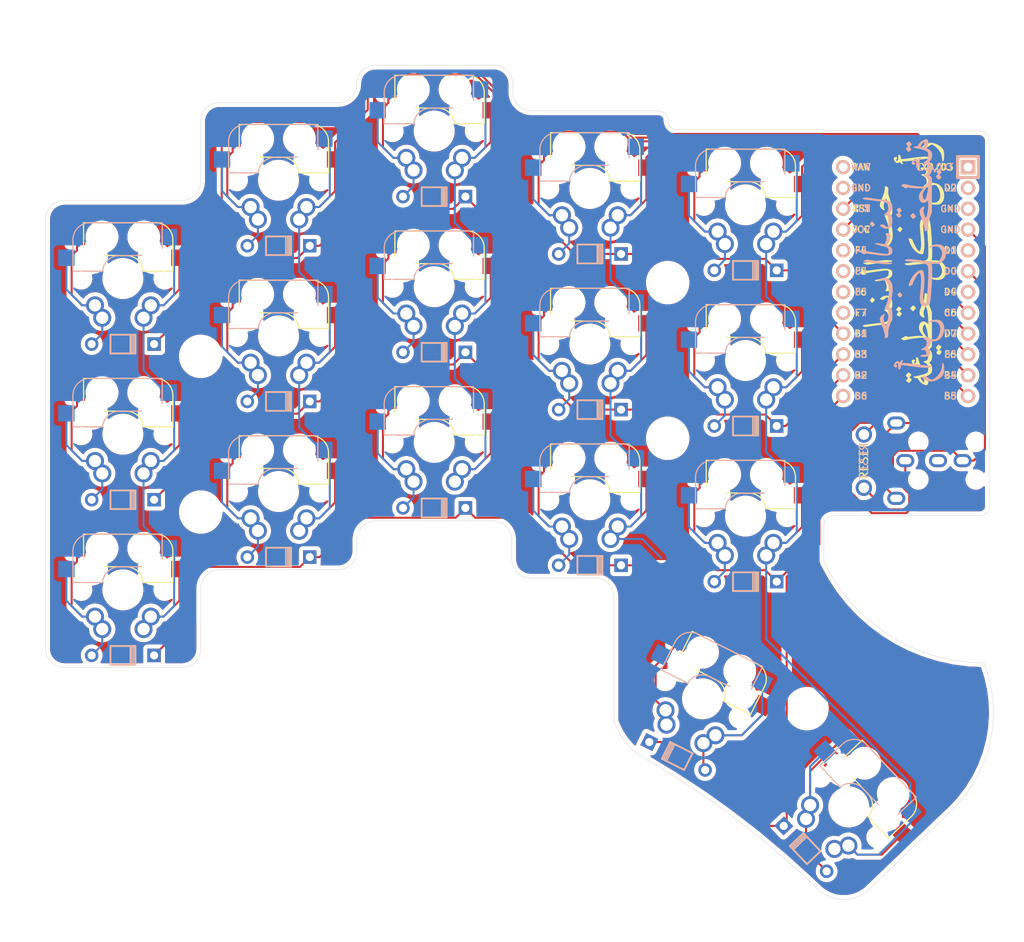
<source format=kicad_pcb>
(kicad_pcb (version 20171130) (host pcbnew 5.1.9)
  (layers (0 F.Cu signal) (31 B.Cu signal) (34 B.Paste user) (35 F.Paste user) (36 B.SilkS user) (37 F.SilkS user) (38 B.Mask user) (39 F.Mask user) (44 Edge.Cuts user))
  (net 0 "")
  (net 1 "Net-(D1-Pad2)")
  (net 2 "Net-(D2-Pad2)")
  (net 3 "Net-(D3-Pad2)")
  (net 4 "Net-(D5-Pad2)")
  (net 5 "Net-(D7-Pad2)")
  (net 6 "Net-(D10-Pad2)")
  (net 7 "Net-(D11-Pad2)")
  (net 8 "Net-(D12-Pad2)")
  (net 9 "Net-(D15-Pad2)")
  (net 10 "Net-(D16-Pad2)")
  (net 11 "Net-(D17-Pad2)")
  (net 12 COL0)
  (net 13 COL1)
  (net 14 COL2)
  (net 15 COL3)
  (net 16 COL4)
  (net 17 "Net-(D4-Pad2)")
  (net 18 "Net-(D8-Pad2)")
  (net 19 "Net-(D9-Pad2)")
  (net 20 "Net-(D13-Pad2)")
  (net 21 "Net-(D14-Pad2)")
  (net 22 ROW0)
  (net 23 ROW1)
  (net 24 ROW2)
  (net 25 ROW3)
  (net 26 "Net-(D6-Pad2)")
  (net 27 GND)
  (net 28 VCC)
  (net 29 DATA)
  (net 30 RESET)
  (module footprints:promicro (layer B.Cu) (at 125.54 39.37 270)
    (fp_text reference U1 hide)
    (fp_text value ProMicro hide)
    (fp_text user ST (at -8.91 5.04 180) (layer F.SilkS) (effects (font (size 0.8 0.8))))
    (fp_text user TX0/D3 (at -13.97 -3.571872 180) (layer B.SilkS) (effects (font (size 0.8 0.8)) (justify mirror)))
    (fp_text user TX0/D3 (at -13.97 -3.571872 180) (layer F.SilkS) (effects (font (size 0.8 0.8))))
    (fp_text user D2 (at -11.43 -5.461 180) (layer B.SilkS) (effects (font (size 0.8 0.8)) (justify mirror)))
    (fp_text user D0 (at -1.27 -5.461 180) (layer B.SilkS) (effects (font (size 0.8 0.8)) (justify mirror)))
    (fp_text user D1 (at -3.81 -5.461 180) (layer B.SilkS) (effects (font (size 0.8 0.8)) (justify mirror)))
    (fp_text user GND (at -6.35 -5.461 180) (layer B.SilkS) (effects (font (size 0.8 0.8)) (justify mirror)))
    (fp_text user GND (at -8.89 -5.461 180) (layer B.SilkS) (effects (font (size 0.8 0.8)) (justify mirror)))
    (fp_text user D4 (at 1.27 -5.461 180) (layer B.SilkS) (effects (font (size 0.8 0.8)) (justify mirror)))
    (fp_text user C6 (at 3.81 -5.461 180) (layer B.SilkS) (effects (font (size 0.8 0.8)) (justify mirror)))
    (fp_text user D7 (at 6.35 -5.461 180) (layer B.SilkS) (effects (font (size 0.8 0.8)) (justify mirror)))
    (fp_text user E6 (at 8.89 -5.461 180) (layer B.SilkS) (effects (font (size 0.8 0.8)) (justify mirror)))
    (fp_text user B4 (at 11.43 -5.461 180) (layer B.SilkS) (effects (font (size 0.8 0.8)) (justify mirror)))
    (fp_text user B5 (at 13.97 -5.461 180) (layer B.SilkS) (effects (font (size 0.8 0.8)) (justify mirror)))
    (fp_text user B6 (at 13.97 5.461 180) (layer B.SilkS) (effects (font (size 0.8 0.8)) (justify mirror)))
    (fp_text user B2 (at 11.43 5.461 180) (layer F.SilkS) (effects (font (size 0.8 0.8))))
    (fp_text user B3 (at 8.89 5.461 180) (layer B.SilkS) (effects (font (size 0.8 0.8)) (justify mirror)))
    (fp_text user B1 (at 6.35 5.461 180) (layer B.SilkS) (effects (font (size 0.8 0.8)) (justify mirror)))
    (fp_text user F7 (at 3.81 5.461 180) (layer F.SilkS) (effects (font (size 0.8 0.8))))
    (fp_text user F6 (at 1.27 5.461 180) (layer F.SilkS) (effects (font (size 0.8 0.8))))
    (fp_text user F5 (at -1.27 5.461 180) (layer F.SilkS) (effects (font (size 0.8 0.8))))
    (fp_text user F4 (at -3.81 5.461 180) (layer B.SilkS) (effects (font (size 0.8 0.8)) (justify mirror)))
    (fp_text user VCC (at -6.35 5.461 180) (layer B.SilkS) (effects (font (size 0.8 0.8)) (justify mirror)))
    (fp_text user ST (at -8.92 5.73312 180) (layer B.SilkS) (effects (font (size 0.8 0.8)) (justify mirror)))
    (fp_text user GND (at -11.43 5.461 180) (layer B.SilkS) (effects (font (size 0.8 0.8)) (justify mirror)))
    (fp_text user RAW (at -13.97 5.461 180) (layer B.SilkS) (effects (font (size 0.8 0.8)) (justify mirror)))
    (fp_text user RAW (at -13.97 5.461 180) (layer F.SilkS) (effects (font (size 0.8 0.8))))
    (fp_text user GND (at -11.43 5.461 180) (layer F.SilkS) (effects (font (size 0.8 0.8))))
    (fp_text user VCC (at -6.35 5.461 180) (layer F.SilkS) (effects (font (size 0.8 0.8))))
    (fp_text user F4 (at -3.81 5.461 180) (layer F.SilkS) (effects (font (size 0.8 0.8))))
    (fp_text user F5 (at -1.27 5.461 180) (layer B.SilkS) (effects (font (size 0.8 0.8)) (justify mirror)))
    (fp_text user F6 (at 1.27 5.461 180) (layer B.SilkS) (effects (font (size 0.8 0.8)) (justify mirror)))
    (fp_text user F7 (at 3.81 5.461 180) (layer B.SilkS) (effects (font (size 0.8 0.8)) (justify mirror)))
    (fp_text user B1 (at 6.35 5.461 180) (layer F.SilkS) (effects (font (size 0.8 0.8))))
    (fp_text user B3 (at 8.89 5.461 180) (layer F.SilkS) (effects (font (size 0.8 0.8))))
    (fp_text user B2 (at 11.43 5.461 180) (layer B.SilkS) (effects (font (size 0.8 0.8)) (justify mirror)))
    (fp_text user B6 (at 13.97 5.461 180) (layer F.SilkS) (effects (font (size 0.8 0.8))))
    (fp_text user B5 (at 13.97 -5.461 180) (layer F.SilkS) (effects (font (size 0.8 0.8))))
    (fp_text user B4 (at 11.43 -5.461 180) (layer F.SilkS) (effects (font (size 0.8 0.8))))
    (fp_text user E6 (at 8.89 -5.461 180) (layer F.SilkS) (effects (font (size 0.8 0.8))))
    (fp_text user D7 (at 6.35 -5.461 180) (layer F.SilkS) (effects (font (size 0.8 0.8))))
    (fp_text user C6 (at 3.81 -5.461 180) (layer F.SilkS) (effects (font (size 0.8 0.8))))
    (fp_text user D4 (at 1.27 -5.461 180) (layer F.SilkS) (effects (font (size 0.8 0.8))))
    (fp_text user GND (at -8.89 -5.461 180) (layer F.SilkS) (effects (font (size 0.8 0.8))))
    (fp_text user GND (at -6.35 -5.461 180) (layer F.SilkS) (effects (font (size 0.8 0.8))))
    (fp_text user D1 (at -3.81 -5.461 180) (layer F.SilkS) (effects (font (size 0.8 0.8))))
    (fp_text user D0 (at -1.27 -5.461 180) (layer F.SilkS) (effects (font (size 0.8 0.8))))
    (fp_text user D2 (at -11.43 -5.461 180) (layer F.SilkS) (effects (font (size 0.8 0.8))))
    (pad 24 thru_hole circle (at -13.97 7.62 270) (size 1.7526 1.7526) (drill 1.0922) (layers *.Cu *.SilkS *.Mask))
    (pad 12 thru_hole circle (at 13.97 -7.62 270) (size 1.7526 1.7526) (drill 1.0922) (layers *.Cu *.SilkS *.Mask) (net 16 COL4))
    (pad 23 thru_hole circle (at -11.43 7.62 270) (size 1.7526 1.7526) (drill 1.0922) (layers *.Cu *.SilkS *.Mask))
    (pad 22 thru_hole circle (at -8.89 7.62 270) (size 1.7526 1.7526) (drill 1.0922) (layers *.Cu *.SilkS *.Mask) (net 30 RESET))
    (pad 21 thru_hole circle (at -6.35 7.62 270) (size 1.7526 1.7526) (drill 1.0922) (layers *.Cu *.SilkS *.Mask) (net 28 VCC))
    (pad 20 thru_hole circle (at -3.81 7.62 270) (size 1.7526 1.7526) (drill 1.0922) (layers *.Cu *.SilkS *.Mask))
    (pad 19 thru_hole circle (at -1.27 7.62 270) (size 1.7526 1.7526) (drill 1.0922) (layers *.Cu *.SilkS *.Mask))
    (pad 18 thru_hole circle (at 1.27 7.62 270) (size 1.7526 1.7526) (drill 1.0922) (layers *.Cu *.SilkS *.Mask))
    (pad 17 thru_hole circle (at 3.81 7.62 270) (size 1.7526 1.7526) (drill 1.0922) (layers *.Cu *.SilkS *.Mask))
    (pad 16 thru_hole circle (at 6.35 7.62 270) (size 1.7526 1.7526) (drill 1.0922) (layers *.Cu *.SilkS *.Mask) (net 22 ROW0))
    (pad 15 thru_hole circle (at 8.89 7.62 270) (size 1.7526 1.7526) (drill 1.0922) (layers *.Cu *.SilkS *.Mask) (net 23 ROW1))
    (pad 14 thru_hole circle (at 11.43 7.62 270) (size 1.7526 1.7526) (drill 1.0922) (layers *.Cu *.SilkS *.Mask) (net 24 ROW2))
    (pad 13 thru_hole circle (at 13.97 7.62 270) (size 1.7526 1.7526) (drill 1.0922) (layers *.Cu *.SilkS *.Mask) (net 25 ROW3))
    (pad 11 thru_hole circle (at 11.43 -7.62 270) (size 1.7526 1.7526) (drill 1.0922) (layers *.Cu *.SilkS *.Mask) (net 15 COL3))
    (pad 10 thru_hole circle (at 8.89 -7.62 270) (size 1.7526 1.7526) (drill 1.0922) (layers *.Cu *.SilkS *.Mask) (net 14 COL2))
    (pad 9 thru_hole circle (at 6.35 -7.62 270) (size 1.7526 1.7526) (drill 1.0922) (layers *.Cu *.SilkS *.Mask) (net 13 COL1))
    (pad 8 thru_hole circle (at 3.81 -7.62 270) (size 1.7526 1.7526) (drill 1.0922) (layers *.Cu *.SilkS *.Mask) (net 12 COL0))
    (pad 7 thru_hole circle (at 1.27 -7.62 270) (size 1.7526 1.7526) (drill 1.0922) (layers *.Cu *.SilkS *.Mask))
    (pad 6 thru_hole circle (at -1.27 -7.62 270) (size 1.7526 1.7526) (drill 1.0922) (layers *.Cu *.SilkS *.Mask) (net 29 DATA))
    (pad 5 thru_hole circle (at -3.81 -7.62 270) (size 1.7526 1.7526) (drill 1.0922) (layers *.Cu *.SilkS *.Mask))
    (pad 4 thru_hole circle (at -6.35 -7.62 270) (size 1.7526 1.7526) (drill 1.0922) (layers *.Cu *.SilkS *.Mask) (net 27 GND))
    (pad 3 thru_hole circle (at -8.89 -7.62 270) (size 1.7526 1.7526) (drill 1.0922) (layers *.Cu *.SilkS *.Mask))
    (pad 2 thru_hole circle (at -11.43 -7.62 270) (size 1.7526 1.7526) (drill 1.0922) (layers *.Cu *.SilkS *.Mask))
    (pad 1 thru_hole rect (at -13.97 -7.62 270) (size 1.7526 1.7526) (drill 1.0922) (layers *.Cu *.SilkS *.Mask))
  )
  (module footprints:hubb-ud-dunya (layer B.Cu) (at 122.5 37 270)
    (fp_text reference G*** hide)
    (fp_text value LOGO hide)
  )
  (module footprints:rasu-kulli-khatiah (layer B.Cu) (at 127 37 270)
    (fp_text reference G*** hide)
    (fp_text value LOGO hide)
  )
  (module footprints:rasu-kulli-khatiah (layer F.Cu) (at 127 37 90)
    (fp_text reference G*** hide)
    (fp_text value LOGO hide)
  )
  (module footprints:hubb-ud-dunya (layer F.Cu) (at 122.5 37 90)
    (fp_text reference G*** hide)
    (fp_text value LOGO hide)
  )
  (module footprints:reset (layer F.Cu) (at 120.4468 61.2902 90)
    (fp_text reference SW18 hide)
    (fp_text value switch hide)
    (fp_text user RESET (at 0 0 90) (layer B.SilkS) (effects (justify mirror)))
    (fp_text user RESET (at 0 0 90) (layer F.SilkS))
    (pad 2 thru_hole circle (at -3.25 0 90) (size 2 2) (drill 1.3) (layers *.Cu *.Mask) (net 27 GND))
    (pad 1 thru_hole circle (at 3.25 0 90) (size 2 2) (drill 1.3) (layers *.Cu *.Mask) (net 30 RESET))
  )
  (module footprints:1u-dual-socket (layer F.Cu) (at 100.75 90.3 333.4)
    (fp_text reference SW13 hide)
    (fp_text value switch hide)
    (pad 2 thru_hole circle (at 2.52 4.79 333.4) (size 2.2 2.2) (drill 1.5) (layers *.Cu *.Mask))
    (pad 1 thru_hole circle (at -2.52 4.79 333.4) (size 2.2 2.2) (drill 1.5) (layers *.Cu *.Mask))
    (pad 1 thru_hole circle (at -3.405 3.27 2.4) (size 2.2 2.2) (drill 1.5) (layers *.Cu *.Mask))
    (pad 2 thru_hole circle (at 3.405 3.27 2.4) (size 2.2 2.2) (drill 1.5) (layers *.Cu *.Mask))
    (pad 2 smd rect (at 6.9 -2.54 153.4) (size 2 2) (layers F.Cu F.Paste F.Mask))
    (pad 2 smd rect (at 5.6 -5.08 153.4) (size 2 2) (layers B.Cu B.Paste B.Mask))
    (pad 1 smd rect (at -6.9 -2.54 153.4) (size 2 2) (layers B.Cu B.Paste B.Mask))
    (pad 1 smd rect (at -5.6 -5.08 153.4) (size 2 2) (layers F.Cu F.Paste F.Mask))
    (pad HOLE np_thru_hole circle (at 5.08 0 333.4) (size 1.7 1.7) (drill 1.7) (layers *.Cu *.Mask))
    (pad HOLE np_thru_hole circle (at 3.81 -2.54 153.4) (size 3 3) (drill 3) (layers *.Cu *.Mask))
    (pad HOLE np_thru_hole circle (at 2.54 -5.08 153.4) (size 3 3) (drill 3) (layers *.Cu *.Mask))
    (pad HOLE np_thru_hole circle (at 0 0 63.4) (size 4 4) (drill 4) (layers *.Cu *.Mask))
    (pad HOLE np_thru_hole circle (at -5.08 0 333.4) (size 1.7 1.7) (drill 1.7) (layers *.Cu *.Mask))
    (pad HOLE np_thru_hole circle (at -3.81 -2.54 153.4) (size 3 3) (drill 3) (layers *.Cu *.Mask))
    (pad HOLE np_thru_hole circle (at -2.54 -5.08 153.4) (size 3 3) (drill 3) (layers *.Cu *.Mask))
  )
  (module footprints:trrs (layer F.Cu) (at 135.7 61.23 270)
    (fp_text reference U2)
    (fp_text value TRRS)
    (pad 3 thru_hole oval (at 0 6.2 270) (size 1.6 2.2) (drill oval 0.9 1.5) (layers *.Cu *.Mask))
    (pad "" np_thru_hole circle (at -2.3 1.6 270) (size 1.5 1.5) (drill 1.5) (layers *.Cu *.Mask))
    (pad "" np_thru_hole circle (at -2.3 8.6 270) (size 1.5 1.5) (drill 1.5) (layers *.Cu *.Mask))
    (pad 4 thru_hole oval (at 0 3.2 270) (size 1.6 2.2) (drill oval 0.9 1.5) (layers *.Cu *.Mask) (net 27 GND))
    (pad 2 thru_hole oval (at 0 10.2 270) (size 1.6 2.2) (drill oval 0.9 1.5) (layers *.Cu *.Mask) (net 28 VCC))
    (pad 1 thru_hole oval (at -4.6 11.3 270) (size 1.6 2.2) (drill oval 0.9 1.5) (layers *.Cu *.Mask) (net 29 DATA))
    (pad 1 thru_hole oval (at 4.6 11.3 270) (size 1.6 2.2) (drill oval 0.9 1.5) (layers *.Cu *.Mask) (net 29 DATA))
    (pad "" np_thru_hole circle (at 2.3 1.6 270) (size 1.5 1.5) (drill 1.5) (layers *.Cu *.Mask))
    (pad "" np_thru_hole circle (at 2.3 8.6 270) (size 1.5 1.5) (drill 1.5) (layers *.Cu *.Mask))
  )
  (module footprints:hole-m2-pcb (layer F.Cu) (at 113.5 91.5)
    (fp_text reference H5 hide)
    (fp_text value MountingHole hide)
    (pad "" np_thru_hole circle (at 0 0) (size 4.3 4.3) (drill 4.3) (layers *.Cu *.Mask))
  )
  (module footprints:hole-m2-pcb (layer F.Cu) (at 96.5 58.5)
    (fp_text reference H4 hide)
    (fp_text value MountingHole hide)
    (pad "" np_thru_hole circle (at 0 0) (size 4.3 4.3) (drill 4.3) (layers *.Cu *.Mask))
  )
  (module footprints:hole-m2-pcb (layer F.Cu) (at 96.5 39.5)
    (fp_text reference H3 hide)
    (fp_text value MountingHole hide)
    (pad "" np_thru_hole circle (at 0 0) (size 4.3 4.3) (drill 4.3) (layers *.Cu *.Mask))
  )
  (module footprints:hole-m2-pcb (layer F.Cu) (at 39.5 67.5)
    (fp_text reference H2 hide)
    (fp_text value MountingHole hide)
    (pad "" np_thru_hole circle (at 0 0) (size 4.3 4.3) (drill 4.3) (layers *.Cu *.Mask))
  )
  (module footprints:hole-m2-pcb (layer F.Cu) (at 39.5 48.5)
    (fp_text reference H1 hide)
    (fp_text value MountingHole hide)
    (pad "" np_thru_hole circle (at 0 0) (size 4.3 4.3) (drill 4.3) (layers *.Cu *.Mask))
  )
  (module footprints:diode (layer F.Cu) (at 97.663 97.282 153.4)
    (fp_text reference D13 hide)
    (fp_text value D hide)
    (pad 1 thru_hole rect (at 3.81 0 153.4) (size 1.651 1.651) (drill 0.9906) (layers *.Cu *.Mask) (net 25 ROW3))
    (pad 2 thru_hole circle (at -3.81 0 153.4) (size 1.651 1.651) (drill 0.9906) (layers *.Cu *.Mask) (net 20 "Net-(D13-Pad2)"))
  )
  (module footprints:1u-dual-socket (layer F.Cu) (at 118.6 103.5 313.4)
    (fp_text reference SW17 hide)
    (fp_text value switch hide)
    (pad 2 thru_hole circle (at 2.52 4.79 313.4) (size 2.2 2.2) (drill 1.5) (layers *.Cu *.Mask) (net 16 COL4))
    (pad 1 thru_hole circle (at -2.52 4.79 313.4) (size 2.2 2.2) (drill 1.5) (layers *.Cu *.Mask) (net 11 "Net-(D17-Pad2)"))
    (pad 1 thru_hole circle (at -3.405 3.27 342.4) (size 2.2 2.2) (drill 1.5) (layers *.Cu *.Mask) (net 11 "Net-(D17-Pad2)"))
    (pad 2 thru_hole circle (at 3.405 3.27 342.4) (size 2.2 2.2) (drill 1.5) (layers *.Cu *.Mask) (net 16 COL4))
    (pad 2 smd rect (at 6.9 -2.54 133.4) (size 2 2) (layers F.Cu F.Paste F.Mask) (net 16 COL4))
    (pad 2 smd rect (at 5.6 -5.08 133.4) (size 2 2) (layers B.Cu B.Paste B.Mask) (net 16 COL4))
    (pad 1 smd rect (at -6.9 -2.54 133.4) (size 2 2) (layers B.Cu B.Paste B.Mask) (net 11 "Net-(D17-Pad2)"))
    (pad 1 smd rect (at -5.6 -5.08 133.4) (size 2 2) (layers F.Cu F.Paste F.Mask) (net 11 "Net-(D17-Pad2)"))
    (pad HOLE np_thru_hole circle (at 5.08 0 313.4) (size 1.7 1.7) (drill 1.7) (layers *.Cu *.Mask))
    (pad HOLE np_thru_hole circle (at 3.81 -2.54 133.4) (size 3 3) (drill 3) (layers *.Cu *.Mask))
    (pad HOLE np_thru_hole circle (at 2.54 -5.08 133.4) (size 3 3) (drill 3) (layers *.Cu *.Mask))
    (pad HOLE np_thru_hole circle (at 0 0 43.4) (size 4 4) (drill 4) (layers *.Cu *.Mask))
    (pad HOLE np_thru_hole circle (at -5.08 0 313.4) (size 1.7 1.7) (drill 1.7) (layers *.Cu *.Mask))
    (pad HOLE np_thru_hole circle (at -3.81 -2.54 133.4) (size 3 3) (drill 3) (layers *.Cu *.Mask))
    (pad HOLE np_thru_hole circle (at -2.54 -5.08 133.4) (size 3 3) (drill 3) (layers *.Cu *.Mask))
  )
  (module footprints:1u-dual-socket (layer F.Cu) (at 106 68)
    (fp_text reference SW16 hide)
    (fp_text value switch hide)
    (pad 2 thru_hole circle (at 2.52 4.79) (size 2.2 2.2) (drill 1.5) (layers *.Cu *.Mask) (net 16 COL4))
    (pad 1 thru_hole circle (at -2.52 4.79) (size 2.2 2.2) (drill 1.5) (layers *.Cu *.Mask) (net 10 "Net-(D16-Pad2)"))
    (pad 1 thru_hole circle (at -3.405 3.27 29) (size 2.2 2.2) (drill 1.5) (layers *.Cu *.Mask) (net 10 "Net-(D16-Pad2)"))
    (pad 2 thru_hole circle (at 3.405 3.27 29) (size 2.2 2.2) (drill 1.5) (layers *.Cu *.Mask) (net 16 COL4))
    (pad 2 smd rect (at 6.9 -2.54 180) (size 2 2) (layers F.Cu F.Paste F.Mask) (net 16 COL4))
    (pad 2 smd rect (at 5.6 -5.08 180) (size 2 2) (layers B.Cu B.Paste B.Mask) (net 16 COL4))
    (pad 1 smd rect (at -6.9 -2.54 180) (size 2 2) (layers B.Cu B.Paste B.Mask) (net 10 "Net-(D16-Pad2)"))
    (pad 1 smd rect (at -5.6 -5.08 180) (size 2 2) (layers F.Cu F.Paste F.Mask) (net 10 "Net-(D16-Pad2)"))
    (pad HOLE np_thru_hole circle (at 5.08 0) (size 1.7 1.7) (drill 1.7) (layers *.Cu *.Mask))
    (pad HOLE np_thru_hole circle (at 3.81 -2.54 180) (size 3 3) (drill 3) (layers *.Cu *.Mask))
    (pad HOLE np_thru_hole circle (at 2.54 -5.08 180) (size 3 3) (drill 3) (layers *.Cu *.Mask))
    (pad HOLE np_thru_hole circle (at 0 0 90) (size 4 4) (drill 4) (layers *.Cu *.Mask))
    (pad HOLE np_thru_hole circle (at -5.08 0) (size 1.7 1.7) (drill 1.7) (layers *.Cu *.Mask))
    (pad HOLE np_thru_hole circle (at -3.81 -2.54 180) (size 3 3) (drill 3) (layers *.Cu *.Mask))
    (pad HOLE np_thru_hole circle (at -2.54 -5.08 180) (size 3 3) (drill 3) (layers *.Cu *.Mask))
  )
  (module footprints:1u-dual-socket (layer F.Cu) (at 106 49)
    (fp_text reference SW15 hide)
    (fp_text value switch hide)
    (pad 2 thru_hole circle (at 2.52 4.79) (size 2.2 2.2) (drill 1.5) (layers *.Cu *.Mask) (net 16 COL4))
    (pad 1 thru_hole circle (at -2.52 4.79) (size 2.2 2.2) (drill 1.5) (layers *.Cu *.Mask) (net 9 "Net-(D15-Pad2)"))
    (pad 1 thru_hole circle (at -3.405 3.27 29) (size 2.2 2.2) (drill 1.5) (layers *.Cu *.Mask) (net 9 "Net-(D15-Pad2)"))
    (pad 2 thru_hole circle (at 3.405 3.27 29) (size 2.2 2.2) (drill 1.5) (layers *.Cu *.Mask) (net 16 COL4))
    (pad 2 smd rect (at 6.9 -2.54 180) (size 2 2) (layers F.Cu F.Paste F.Mask) (net 16 COL4))
    (pad 2 smd rect (at 5.6 -5.08 180) (size 2 2) (layers B.Cu B.Paste B.Mask) (net 16 COL4))
    (pad 1 smd rect (at -6.9 -2.54 180) (size 2 2) (layers B.Cu B.Paste B.Mask) (net 9 "Net-(D15-Pad2)"))
    (pad 1 smd rect (at -5.6 -5.08 180) (size 2 2) (layers F.Cu F.Paste F.Mask) (net 9 "Net-(D15-Pad2)"))
    (pad HOLE np_thru_hole circle (at 5.08 0) (size 1.7 1.7) (drill 1.7) (layers *.Cu *.Mask))
    (pad HOLE np_thru_hole circle (at 3.81 -2.54 180) (size 3 3) (drill 3) (layers *.Cu *.Mask))
    (pad HOLE np_thru_hole circle (at 2.54 -5.08 180) (size 3 3) (drill 3) (layers *.Cu *.Mask))
    (pad HOLE np_thru_hole circle (at 0 0 90) (size 4 4) (drill 4) (layers *.Cu *.Mask))
    (pad HOLE np_thru_hole circle (at -5.08 0) (size 1.7 1.7) (drill 1.7) (layers *.Cu *.Mask))
    (pad HOLE np_thru_hole circle (at -3.81 -2.54 180) (size 3 3) (drill 3) (layers *.Cu *.Mask))
    (pad HOLE np_thru_hole circle (at -2.54 -5.08 180) (size 3 3) (drill 3) (layers *.Cu *.Mask))
  )
  (module footprints:1u-dual-socket (layer F.Cu) (at 106 30)
    (fp_text reference SW14 hide)
    (fp_text value switch hide)
    (pad 2 thru_hole circle (at 2.52 4.79) (size 2.2 2.2) (drill 1.5) (layers *.Cu *.Mask) (net 16 COL4))
    (pad 1 thru_hole circle (at -2.52 4.79) (size 2.2 2.2) (drill 1.5) (layers *.Cu *.Mask) (net 21 "Net-(D14-Pad2)"))
    (pad 1 thru_hole circle (at -3.405 3.27 29) (size 2.2 2.2) (drill 1.5) (layers *.Cu *.Mask) (net 21 "Net-(D14-Pad2)"))
    (pad 2 thru_hole circle (at 3.405 3.27 29) (size 2.2 2.2) (drill 1.5) (layers *.Cu *.Mask) (net 16 COL4))
    (pad 2 smd rect (at 6.9 -2.54 180) (size 2 2) (layers F.Cu F.Paste F.Mask) (net 16 COL4))
    (pad 2 smd rect (at 5.6 -5.08 180) (size 2 2) (layers B.Cu B.Paste B.Mask) (net 16 COL4))
    (pad 1 smd rect (at -6.9 -2.54 180) (size 2 2) (layers B.Cu B.Paste B.Mask) (net 21 "Net-(D14-Pad2)"))
    (pad 1 smd rect (at -5.6 -5.08 180) (size 2 2) (layers F.Cu F.Paste F.Mask) (net 21 "Net-(D14-Pad2)"))
    (pad HOLE np_thru_hole circle (at 5.08 0) (size 1.7 1.7) (drill 1.7) (layers *.Cu *.Mask))
    (pad HOLE np_thru_hole circle (at 3.81 -2.54 180) (size 3 3) (drill 3) (layers *.Cu *.Mask))
    (pad HOLE np_thru_hole circle (at 2.54 -5.08 180) (size 3 3) (drill 3) (layers *.Cu *.Mask))
    (pad HOLE np_thru_hole circle (at 0 0 90) (size 4 4) (drill 4) (layers *.Cu *.Mask))
    (pad HOLE np_thru_hole circle (at -5.08 0) (size 1.7 1.7) (drill 1.7) (layers *.Cu *.Mask))
    (pad HOLE np_thru_hole circle (at -3.81 -2.54 180) (size 3 3) (drill 3) (layers *.Cu *.Mask))
    (pad HOLE np_thru_hole circle (at -2.54 -5.08 180) (size 3 3) (drill 3) (layers *.Cu *.Mask))
  )
  (module footprints:1u-dual-socket (layer F.Cu) (at 87 66)
    (fp_text reference SW12 hide)
    (fp_text value switch hide)
    (pad 2 thru_hole circle (at 2.52 4.79) (size 2.2 2.2) (drill 1.5) (layers *.Cu *.Mask) (net 15 COL3))
    (pad 1 thru_hole circle (at -2.52 4.79) (size 2.2 2.2) (drill 1.5) (layers *.Cu *.Mask) (net 8 "Net-(D12-Pad2)"))
    (pad 1 thru_hole circle (at -3.405 3.27 29) (size 2.2 2.2) (drill 1.5) (layers *.Cu *.Mask) (net 8 "Net-(D12-Pad2)"))
    (pad 2 thru_hole circle (at 3.405 3.27 29) (size 2.2 2.2) (drill 1.5) (layers *.Cu *.Mask) (net 15 COL3))
    (pad 2 smd rect (at 6.9 -2.54 180) (size 2 2) (layers F.Cu F.Paste F.Mask) (net 15 COL3))
    (pad 2 smd rect (at 5.6 -5.08 180) (size 2 2) (layers B.Cu B.Paste B.Mask) (net 15 COL3))
    (pad 1 smd rect (at -6.9 -2.54 180) (size 2 2) (layers B.Cu B.Paste B.Mask) (net 8 "Net-(D12-Pad2)"))
    (pad 1 smd rect (at -5.6 -5.08 180) (size 2 2) (layers F.Cu F.Paste F.Mask) (net 8 "Net-(D12-Pad2)"))
    (pad HOLE np_thru_hole circle (at 5.08 0) (size 1.7 1.7) (drill 1.7) (layers *.Cu *.Mask))
    (pad HOLE np_thru_hole circle (at 3.81 -2.54 180) (size 3 3) (drill 3) (layers *.Cu *.Mask))
    (pad HOLE np_thru_hole circle (at 2.54 -5.08 180) (size 3 3) (drill 3) (layers *.Cu *.Mask))
    (pad HOLE np_thru_hole circle (at 0 0 90) (size 4 4) (drill 4) (layers *.Cu *.Mask))
    (pad HOLE np_thru_hole circle (at -5.08 0) (size 1.7 1.7) (drill 1.7) (layers *.Cu *.Mask))
    (pad HOLE np_thru_hole circle (at -3.81 -2.54 180) (size 3 3) (drill 3) (layers *.Cu *.Mask))
    (pad HOLE np_thru_hole circle (at -2.54 -5.08 180) (size 3 3) (drill 3) (layers *.Cu *.Mask))
  )
  (module footprints:1u-dual-socket (layer F.Cu) (at 87 47)
    (fp_text reference SW11 hide)
    (fp_text value switch hide)
    (pad 2 thru_hole circle (at 2.52 4.79) (size 2.2 2.2) (drill 1.5) (layers *.Cu *.Mask) (net 15 COL3))
    (pad 1 thru_hole circle (at -2.52 4.79) (size 2.2 2.2) (drill 1.5) (layers *.Cu *.Mask) (net 7 "Net-(D11-Pad2)"))
    (pad 1 thru_hole circle (at -3.405 3.27 29) (size 2.2 2.2) (drill 1.5) (layers *.Cu *.Mask) (net 7 "Net-(D11-Pad2)"))
    (pad 2 thru_hole circle (at 3.405 3.27 29) (size 2.2 2.2) (drill 1.5) (layers *.Cu *.Mask) (net 15 COL3))
    (pad 2 smd rect (at 6.9 -2.54 180) (size 2 2) (layers F.Cu F.Paste F.Mask) (net 15 COL3))
    (pad 2 smd rect (at 5.6 -5.08 180) (size 2 2) (layers B.Cu B.Paste B.Mask) (net 15 COL3))
    (pad 1 smd rect (at -6.9 -2.54 180) (size 2 2) (layers B.Cu B.Paste B.Mask) (net 7 "Net-(D11-Pad2)"))
    (pad 1 smd rect (at -5.6 -5.08 180) (size 2 2) (layers F.Cu F.Paste F.Mask) (net 7 "Net-(D11-Pad2)"))
    (pad HOLE np_thru_hole circle (at 5.08 0) (size 1.7 1.7) (drill 1.7) (layers *.Cu *.Mask))
    (pad HOLE np_thru_hole circle (at 3.81 -2.54 180) (size 3 3) (drill 3) (layers *.Cu *.Mask))
    (pad HOLE np_thru_hole circle (at 2.54 -5.08 180) (size 3 3) (drill 3) (layers *.Cu *.Mask))
    (pad HOLE np_thru_hole circle (at 0 0 90) (size 4 4) (drill 4) (layers *.Cu *.Mask))
    (pad HOLE np_thru_hole circle (at -5.08 0) (size 1.7 1.7) (drill 1.7) (layers *.Cu *.Mask))
    (pad HOLE np_thru_hole circle (at -3.81 -2.54 180) (size 3 3) (drill 3) (layers *.Cu *.Mask))
    (pad HOLE np_thru_hole circle (at -2.54 -5.08 180) (size 3 3) (drill 3) (layers *.Cu *.Mask))
  )
  (module footprints:1u-dual-socket (layer F.Cu) (at 87 28)
    (fp_text reference SW10 hide)
    (fp_text value switch hide)
    (pad 2 thru_hole circle (at 2.52 4.79) (size 2.2 2.2) (drill 1.5) (layers *.Cu *.Mask) (net 15 COL3))
    (pad 1 thru_hole circle (at -2.52 4.79) (size 2.2 2.2) (drill 1.5) (layers *.Cu *.Mask) (net 6 "Net-(D10-Pad2)"))
    (pad 1 thru_hole circle (at -3.405 3.27 29) (size 2.2 2.2) (drill 1.5) (layers *.Cu *.Mask) (net 6 "Net-(D10-Pad2)"))
    (pad 2 thru_hole circle (at 3.405 3.27 29) (size 2.2 2.2) (drill 1.5) (layers *.Cu *.Mask) (net 15 COL3))
    (pad 2 smd rect (at 6.9 -2.54 180) (size 2 2) (layers F.Cu F.Paste F.Mask) (net 15 COL3))
    (pad 2 smd rect (at 5.6 -5.08 180) (size 2 2) (layers B.Cu B.Paste B.Mask) (net 15 COL3))
    (pad 1 smd rect (at -6.9 -2.54 180) (size 2 2) (layers B.Cu B.Paste B.Mask) (net 6 "Net-(D10-Pad2)"))
    (pad 1 smd rect (at -5.6 -5.08 180) (size 2 2) (layers F.Cu F.Paste F.Mask) (net 6 "Net-(D10-Pad2)"))
    (pad HOLE np_thru_hole circle (at 5.08 0) (size 1.7 1.7) (drill 1.7) (layers *.Cu *.Mask))
    (pad HOLE np_thru_hole circle (at 3.81 -2.54 180) (size 3 3) (drill 3) (layers *.Cu *.Mask))
    (pad HOLE np_thru_hole circle (at 2.54 -5.08 180) (size 3 3) (drill 3) (layers *.Cu *.Mask))
    (pad HOLE np_thru_hole circle (at 0 0 90) (size 4 4) (drill 4) (layers *.Cu *.Mask))
    (pad HOLE np_thru_hole circle (at -5.08 0) (size 1.7 1.7) (drill 1.7) (layers *.Cu *.Mask))
    (pad HOLE np_thru_hole circle (at -3.81 -2.54 180) (size 3 3) (drill 3) (layers *.Cu *.Mask))
    (pad HOLE np_thru_hole circle (at -2.54 -5.08 180) (size 3 3) (drill 3) (layers *.Cu *.Mask))
  )
  (module footprints:1u-dual-socket (layer F.Cu) (at 68 59)
    (fp_text reference SW9 hide)
    (fp_text value switch hide)
    (pad 2 thru_hole circle (at 2.52 4.79) (size 2.2 2.2) (drill 1.5) (layers *.Cu *.Mask) (net 14 COL2))
    (pad 1 thru_hole circle (at -2.52 4.79) (size 2.2 2.2) (drill 1.5) (layers *.Cu *.Mask) (net 19 "Net-(D9-Pad2)"))
    (pad 1 thru_hole circle (at -3.405 3.27 29) (size 2.2 2.2) (drill 1.5) (layers *.Cu *.Mask) (net 19 "Net-(D9-Pad2)"))
    (pad 2 thru_hole circle (at 3.405 3.27 29) (size 2.2 2.2) (drill 1.5) (layers *.Cu *.Mask) (net 14 COL2))
    (pad 2 smd rect (at 6.9 -2.54 180) (size 2 2) (layers F.Cu F.Paste F.Mask) (net 14 COL2))
    (pad 2 smd rect (at 5.6 -5.08 180) (size 2 2) (layers B.Cu B.Paste B.Mask) (net 14 COL2))
    (pad 1 smd rect (at -6.9 -2.54 180) (size 2 2) (layers B.Cu B.Paste B.Mask) (net 19 "Net-(D9-Pad2)"))
    (pad 1 smd rect (at -5.6 -5.08 180) (size 2 2) (layers F.Cu F.Paste F.Mask) (net 19 "Net-(D9-Pad2)"))
    (pad HOLE np_thru_hole circle (at 5.08 0) (size 1.7 1.7) (drill 1.7) (layers *.Cu *.Mask))
    (pad HOLE np_thru_hole circle (at 3.81 -2.54 180) (size 3 3) (drill 3) (layers *.Cu *.Mask))
    (pad HOLE np_thru_hole circle (at 2.54 -5.08 180) (size 3 3) (drill 3) (layers *.Cu *.Mask))
    (pad HOLE np_thru_hole circle (at 0 0 90) (size 4 4) (drill 4) (layers *.Cu *.Mask))
    (pad HOLE np_thru_hole circle (at -5.08 0) (size 1.7 1.7) (drill 1.7) (layers *.Cu *.Mask))
    (pad HOLE np_thru_hole circle (at -3.81 -2.54 180) (size 3 3) (drill 3) (layers *.Cu *.Mask))
    (pad HOLE np_thru_hole circle (at -2.54 -5.08 180) (size 3 3) (drill 3) (layers *.Cu *.Mask))
  )
  (module footprints:1u-dual-socket (layer F.Cu) (at 68 40)
    (fp_text reference SW8 hide)
    (fp_text value switch hide)
    (pad 2 thru_hole circle (at 2.52 4.79) (size 2.2 2.2) (drill 1.5) (layers *.Cu *.Mask) (net 14 COL2))
    (pad 1 thru_hole circle (at -2.52 4.79) (size 2.2 2.2) (drill 1.5) (layers *.Cu *.Mask) (net 18 "Net-(D8-Pad2)"))
    (pad 1 thru_hole circle (at -3.405 3.27 29) (size 2.2 2.2) (drill 1.5) (layers *.Cu *.Mask) (net 18 "Net-(D8-Pad2)"))
    (pad 2 thru_hole circle (at 3.405 3.27 29) (size 2.2 2.2) (drill 1.5) (layers *.Cu *.Mask) (net 14 COL2))
    (pad 2 smd rect (at 6.9 -2.54 180) (size 2 2) (layers F.Cu F.Paste F.Mask) (net 14 COL2))
    (pad 2 smd rect (at 5.6 -5.08 180) (size 2 2) (layers B.Cu B.Paste B.Mask) (net 14 COL2))
    (pad 1 smd rect (at -6.9 -2.54 180) (size 2 2) (layers B.Cu B.Paste B.Mask) (net 18 "Net-(D8-Pad2)"))
    (pad 1 smd rect (at -5.6 -5.08 180) (size 2 2) (layers F.Cu F.Paste F.Mask) (net 18 "Net-(D8-Pad2)"))
    (pad HOLE np_thru_hole circle (at 5.08 0) (size 1.7 1.7) (drill 1.7) (layers *.Cu *.Mask))
    (pad HOLE np_thru_hole circle (at 3.81 -2.54 180) (size 3 3) (drill 3) (layers *.Cu *.Mask))
    (pad HOLE np_thru_hole circle (at 2.54 -5.08 180) (size 3 3) (drill 3) (layers *.Cu *.Mask))
    (pad HOLE np_thru_hole circle (at 0 0 90) (size 4 4) (drill 4) (layers *.Cu *.Mask))
    (pad HOLE np_thru_hole circle (at -5.08 0) (size 1.7 1.7) (drill 1.7) (layers *.Cu *.Mask))
    (pad HOLE np_thru_hole circle (at -3.81 -2.54 180) (size 3 3) (drill 3) (layers *.Cu *.Mask))
    (pad HOLE np_thru_hole circle (at -2.54 -5.08 180) (size 3 3) (drill 3) (layers *.Cu *.Mask))
  )
  (module footprints:1u-dual-socket (layer F.Cu) (at 68 21)
    (fp_text reference SW7 hide)
    (fp_text value switch hide)
    (pad 2 thru_hole circle (at 2.52 4.79) (size 2.2 2.2) (drill 1.5) (layers *.Cu *.Mask) (net 14 COL2))
    (pad 1 thru_hole circle (at -2.52 4.79) (size 2.2 2.2) (drill 1.5) (layers *.Cu *.Mask) (net 5 "Net-(D7-Pad2)"))
    (pad 1 thru_hole circle (at -3.405 3.27 29) (size 2.2 2.2) (drill 1.5) (layers *.Cu *.Mask) (net 5 "Net-(D7-Pad2)"))
    (pad 2 thru_hole circle (at 3.405 3.27 29) (size 2.2 2.2) (drill 1.5) (layers *.Cu *.Mask) (net 14 COL2))
    (pad 2 smd rect (at 6.9 -2.54 180) (size 2 2) (layers F.Cu F.Paste F.Mask) (net 14 COL2))
    (pad 2 smd rect (at 5.6 -5.08 180) (size 2 2) (layers B.Cu B.Paste B.Mask) (net 14 COL2))
    (pad 1 smd rect (at -6.9 -2.54 180) (size 2 2) (layers B.Cu B.Paste B.Mask) (net 5 "Net-(D7-Pad2)"))
    (pad 1 smd rect (at -5.6 -5.08 180) (size 2 2) (layers F.Cu F.Paste F.Mask) (net 5 "Net-(D7-Pad2)"))
    (pad HOLE np_thru_hole circle (at 5.08 0) (size 1.7 1.7) (drill 1.7) (layers *.Cu *.Mask))
    (pad HOLE np_thru_hole circle (at 3.81 -2.54 180) (size 3 3) (drill 3) (layers *.Cu *.Mask))
    (pad HOLE np_thru_hole circle (at 2.54 -5.08 180) (size 3 3) (drill 3) (layers *.Cu *.Mask))
    (pad HOLE np_thru_hole circle (at 0 0 90) (size 4 4) (drill 4) (layers *.Cu *.Mask))
    (pad HOLE np_thru_hole circle (at -5.08 0) (size 1.7 1.7) (drill 1.7) (layers *.Cu *.Mask))
    (pad HOLE np_thru_hole circle (at -3.81 -2.54 180) (size 3 3) (drill 3) (layers *.Cu *.Mask))
    (pad HOLE np_thru_hole circle (at -2.54 -5.08 180) (size 3 3) (drill 3) (layers *.Cu *.Mask))
  )
  (module footprints:1u-dual-socket (layer F.Cu) (at 49 65)
    (fp_text reference SW6 hide)
    (fp_text value switch hide)
    (pad 2 thru_hole circle (at 2.52 4.79) (size 2.2 2.2) (drill 1.5) (layers *.Cu *.Mask) (net 13 COL1))
    (pad 1 thru_hole circle (at -2.52 4.79) (size 2.2 2.2) (drill 1.5) (layers *.Cu *.Mask) (net 26 "Net-(D6-Pad2)"))
    (pad 1 thru_hole circle (at -3.405 3.27 29) (size 2.2 2.2) (drill 1.5) (layers *.Cu *.Mask) (net 26 "Net-(D6-Pad2)"))
    (pad 2 thru_hole circle (at 3.405 3.27 29) (size 2.2 2.2) (drill 1.5) (layers *.Cu *.Mask) (net 13 COL1))
    (pad 2 smd rect (at 6.9 -2.54 180) (size 2 2) (layers F.Cu F.Paste F.Mask) (net 13 COL1))
    (pad 2 smd rect (at 5.6 -5.08 180) (size 2 2) (layers B.Cu B.Paste B.Mask) (net 13 COL1))
    (pad 1 smd rect (at -6.9 -2.54 180) (size 2 2) (layers B.Cu B.Paste B.Mask) (net 26 "Net-(D6-Pad2)"))
    (pad 1 smd rect (at -5.6 -5.08 180) (size 2 2) (layers F.Cu F.Paste F.Mask) (net 26 "Net-(D6-Pad2)"))
    (pad HOLE np_thru_hole circle (at 5.08 0) (size 1.7 1.7) (drill 1.7) (layers *.Cu *.Mask))
    (pad HOLE np_thru_hole circle (at 3.81 -2.54 180) (size 3 3) (drill 3) (layers *.Cu *.Mask))
    (pad HOLE np_thru_hole circle (at 2.54 -5.08 180) (size 3 3) (drill 3) (layers *.Cu *.Mask))
    (pad HOLE np_thru_hole circle (at 0 0 90) (size 4 4) (drill 4) (layers *.Cu *.Mask))
    (pad HOLE np_thru_hole circle (at -5.08 0) (size 1.7 1.7) (drill 1.7) (layers *.Cu *.Mask))
    (pad HOLE np_thru_hole circle (at -3.81 -2.54 180) (size 3 3) (drill 3) (layers *.Cu *.Mask))
    (pad HOLE np_thru_hole circle (at -2.54 -5.08 180) (size 3 3) (drill 3) (layers *.Cu *.Mask))
  )
  (module footprints:1u-dual-socket (layer F.Cu) (at 49 46)
    (fp_text reference SW5 hide)
    (fp_text value switch hide)
    (pad 2 thru_hole circle (at 2.52 4.79) (size 2.2 2.2) (drill 1.5) (layers *.Cu *.Mask) (net 13 COL1))
    (pad 1 thru_hole circle (at -2.52 4.79) (size 2.2 2.2) (drill 1.5) (layers *.Cu *.Mask) (net 4 "Net-(D5-Pad2)"))
    (pad 1 thru_hole circle (at -3.405 3.27 29) (size 2.2 2.2) (drill 1.5) (layers *.Cu *.Mask) (net 4 "Net-(D5-Pad2)"))
    (pad 2 thru_hole circle (at 3.405 3.27 29) (size 2.2 2.2) (drill 1.5) (layers *.Cu *.Mask) (net 13 COL1))
    (pad 2 smd rect (at 6.9 -2.54 180) (size 2 2) (layers F.Cu F.Paste F.Mask) (net 13 COL1))
    (pad 2 smd rect (at 5.6 -5.08 180) (size 2 2) (layers B.Cu B.Paste B.Mask) (net 13 COL1))
    (pad 1 smd rect (at -6.9 -2.54 180) (size 2 2) (layers B.Cu B.Paste B.Mask) (net 4 "Net-(D5-Pad2)"))
    (pad 1 smd rect (at -5.6 -5.08 180) (size 2 2) (layers F.Cu F.Paste F.Mask) (net 4 "Net-(D5-Pad2)"))
    (pad HOLE np_thru_hole circle (at 5.08 0) (size 1.7 1.7) (drill 1.7) (layers *.Cu *.Mask))
    (pad HOLE np_thru_hole circle (at 3.81 -2.54 180) (size 3 3) (drill 3) (layers *.Cu *.Mask))
    (pad HOLE np_thru_hole circle (at 2.54 -5.08 180) (size 3 3) (drill 3) (layers *.Cu *.Mask))
    (pad HOLE np_thru_hole circle (at 0 0 90) (size 4 4) (drill 4) (layers *.Cu *.Mask))
    (pad HOLE np_thru_hole circle (at -5.08 0) (size 1.7 1.7) (drill 1.7) (layers *.Cu *.Mask))
    (pad HOLE np_thru_hole circle (at -3.81 -2.54 180) (size 3 3) (drill 3) (layers *.Cu *.Mask))
    (pad HOLE np_thru_hole circle (at -2.54 -5.08 180) (size 3 3) (drill 3) (layers *.Cu *.Mask))
  )
  (module footprints:1u-dual-socket (layer F.Cu) (at 49 27)
    (fp_text reference SW4 hide)
    (fp_text value switch hide)
    (pad 2 thru_hole circle (at 2.52 4.79) (size 2.2 2.2) (drill 1.5) (layers *.Cu *.Mask) (net 13 COL1))
    (pad 1 thru_hole circle (at -2.52 4.79) (size 2.2 2.2) (drill 1.5) (layers *.Cu *.Mask) (net 17 "Net-(D4-Pad2)"))
    (pad 1 thru_hole circle (at -3.405 3.27 29) (size 2.2 2.2) (drill 1.5) (layers *.Cu *.Mask) (net 17 "Net-(D4-Pad2)"))
    (pad 2 thru_hole circle (at 3.405 3.27 29) (size 2.2 2.2) (drill 1.5) (layers *.Cu *.Mask) (net 13 COL1))
    (pad 2 smd rect (at 6.9 -2.54 180) (size 2 2) (layers F.Cu F.Paste F.Mask) (net 13 COL1))
    (pad 2 smd rect (at 5.6 -5.08 180) (size 2 2) (layers B.Cu B.Paste B.Mask) (net 13 COL1))
    (pad 1 smd rect (at -6.9 -2.54 180) (size 2 2) (layers B.Cu B.Paste B.Mask) (net 17 "Net-(D4-Pad2)"))
    (pad 1 smd rect (at -5.6 -5.08 180) (size 2 2) (layers F.Cu F.Paste F.Mask) (net 17 "Net-(D4-Pad2)"))
    (pad HOLE np_thru_hole circle (at 5.08 0) (size 1.7 1.7) (drill 1.7) (layers *.Cu *.Mask))
    (pad HOLE np_thru_hole circle (at 3.81 -2.54 180) (size 3 3) (drill 3) (layers *.Cu *.Mask))
    (pad HOLE np_thru_hole circle (at 2.54 -5.08 180) (size 3 3) (drill 3) (layers *.Cu *.Mask))
    (pad HOLE np_thru_hole circle (at 0 0 90) (size 4 4) (drill 4) (layers *.Cu *.Mask))
    (pad HOLE np_thru_hole circle (at -5.08 0) (size 1.7 1.7) (drill 1.7) (layers *.Cu *.Mask))
    (pad HOLE np_thru_hole circle (at -3.81 -2.54 180) (size 3 3) (drill 3) (layers *.Cu *.Mask))
    (pad HOLE np_thru_hole circle (at -2.54 -5.08 180) (size 3 3) (drill 3) (layers *.Cu *.Mask))
  )
  (module footprints:1u-dual-socket (layer F.Cu) (at 30 77)
    (fp_text reference SW3 hide)
    (fp_text value switch hide)
    (pad 2 thru_hole circle (at 2.52 4.79) (size 2.2 2.2) (drill 1.5) (layers *.Cu *.Mask) (net 12 COL0))
    (pad 1 thru_hole circle (at -2.52 4.79) (size 2.2 2.2) (drill 1.5) (layers *.Cu *.Mask) (net 3 "Net-(D3-Pad2)"))
    (pad 1 thru_hole circle (at -3.405 3.27 29) (size 2.2 2.2) (drill 1.5) (layers *.Cu *.Mask) (net 3 "Net-(D3-Pad2)"))
    (pad 2 thru_hole circle (at 3.405 3.27 29) (size 2.2 2.2) (drill 1.5) (layers *.Cu *.Mask) (net 12 COL0))
    (pad 2 smd rect (at 6.9 -2.54 180) (size 2 2) (layers F.Cu F.Paste F.Mask) (net 12 COL0))
    (pad 2 smd rect (at 5.6 -5.08 180) (size 2 2) (layers B.Cu B.Paste B.Mask) (net 12 COL0))
    (pad 1 smd rect (at -6.9 -2.54 180) (size 2 2) (layers B.Cu B.Paste B.Mask) (net 3 "Net-(D3-Pad2)"))
    (pad 1 smd rect (at -5.6 -5.08 180) (size 2 2) (layers F.Cu F.Paste F.Mask) (net 3 "Net-(D3-Pad2)"))
    (pad HOLE np_thru_hole circle (at 5.08 0) (size 1.7 1.7) (drill 1.7) (layers *.Cu *.Mask))
    (pad HOLE np_thru_hole circle (at 3.81 -2.54 180) (size 3 3) (drill 3) (layers *.Cu *.Mask))
    (pad HOLE np_thru_hole circle (at 2.54 -5.08 180) (size 3 3) (drill 3) (layers *.Cu *.Mask))
    (pad HOLE np_thru_hole circle (at 0 0 90) (size 4 4) (drill 4) (layers *.Cu *.Mask))
    (pad HOLE np_thru_hole circle (at -5.08 0) (size 1.7 1.7) (drill 1.7) (layers *.Cu *.Mask))
    (pad HOLE np_thru_hole circle (at -3.81 -2.54 180) (size 3 3) (drill 3) (layers *.Cu *.Mask))
    (pad HOLE np_thru_hole circle (at -2.54 -5.08 180) (size 3 3) (drill 3) (layers *.Cu *.Mask))
  )
  (module footprints:1u-dual-socket (layer F.Cu) (at 30 58)
    (fp_text reference SW2 hide)
    (fp_text value switch hide)
    (pad 2 thru_hole circle (at 2.52 4.79) (size 2.2 2.2) (drill 1.5) (layers *.Cu *.Mask) (net 12 COL0))
    (pad 1 thru_hole circle (at -2.52 4.79) (size 2.2 2.2) (drill 1.5) (layers *.Cu *.Mask) (net 2 "Net-(D2-Pad2)"))
    (pad 1 thru_hole circle (at -3.405 3.27 29) (size 2.2 2.2) (drill 1.5) (layers *.Cu *.Mask) (net 2 "Net-(D2-Pad2)"))
    (pad 2 thru_hole circle (at 3.405 3.27 29) (size 2.2 2.2) (drill 1.5) (layers *.Cu *.Mask) (net 12 COL0))
    (pad 2 smd rect (at 6.9 -2.54 180) (size 2 2) (layers F.Cu F.Paste F.Mask) (net 12 COL0))
    (pad 2 smd rect (at 5.6 -5.08 180) (size 2 2) (layers B.Cu B.Paste B.Mask) (net 12 COL0))
    (pad 1 smd rect (at -6.9 -2.54 180) (size 2 2) (layers B.Cu B.Paste B.Mask) (net 2 "Net-(D2-Pad2)"))
    (pad 1 smd rect (at -5.6 -5.08 180) (size 2 2) (layers F.Cu F.Paste F.Mask) (net 2 "Net-(D2-Pad2)"))
    (pad HOLE np_thru_hole circle (at 5.08 0) (size 1.7 1.7) (drill 1.7) (layers *.Cu *.Mask))
    (pad HOLE np_thru_hole circle (at 3.81 -2.54 180) (size 3 3) (drill 3) (layers *.Cu *.Mask))
    (pad HOLE np_thru_hole circle (at 2.54 -5.08 180) (size 3 3) (drill 3) (layers *.Cu *.Mask))
    (pad HOLE np_thru_hole circle (at 0 0 90) (size 4 4) (drill 4) (layers *.Cu *.Mask))
    (pad HOLE np_thru_hole circle (at -5.08 0) (size 1.7 1.7) (drill 1.7) (layers *.Cu *.Mask))
    (pad HOLE np_thru_hole circle (at -3.81 -2.54 180) (size 3 3) (drill 3) (layers *.Cu *.Mask))
    (pad HOLE np_thru_hole circle (at -2.54 -5.08 180) (size 3 3) (drill 3) (layers *.Cu *.Mask))
  )
  (module footprints:1u-dual-socket (layer F.Cu) (at 30 39)
    (fp_text reference SW1 hide)
    (fp_text value switch hide)
    (pad 2 thru_hole circle (at 2.52 4.79) (size 2.2 2.2) (drill 1.5) (layers *.Cu *.Mask) (net 12 COL0))
    (pad 1 thru_hole circle (at -2.52 4.79) (size 2.2 2.2) (drill 1.5) (layers *.Cu *.Mask) (net 1 "Net-(D1-Pad2)"))
    (pad 1 thru_hole circle (at -3.405 3.27 29) (size 2.2 2.2) (drill 1.5) (layers *.Cu *.Mask) (net 1 "Net-(D1-Pad2)"))
    (pad 2 thru_hole circle (at 3.405 3.27 29) (size 2.2 2.2) (drill 1.5) (layers *.Cu *.Mask) (net 12 COL0))
    (pad 2 smd rect (at 6.9 -2.54 180) (size 2 2) (layers F.Cu F.Paste F.Mask) (net 12 COL0))
    (pad 2 smd rect (at 5.6 -5.08 180) (size 2 2) (layers B.Cu B.Paste B.Mask) (net 12 COL0))
    (pad 1 smd rect (at -6.9 -2.54 180) (size 2 2) (layers B.Cu B.Paste B.Mask) (net 1 "Net-(D1-Pad2)"))
    (pad 1 smd rect (at -5.6 -5.08 180) (size 2 2) (layers F.Cu F.Paste F.Mask) (net 1 "Net-(D1-Pad2)"))
    (pad HOLE np_thru_hole circle (at 5.08 0) (size 1.7 1.7) (drill 1.7) (layers *.Cu *.Mask))
    (pad HOLE np_thru_hole circle (at 3.81 -2.54 180) (size 3 3) (drill 3) (layers *.Cu *.Mask))
    (pad HOLE np_thru_hole circle (at 2.54 -5.08 180) (size 3 3) (drill 3) (layers *.Cu *.Mask))
    (pad HOLE np_thru_hole circle (at 0 0 90) (size 4 4) (drill 4) (layers *.Cu *.Mask))
    (pad HOLE np_thru_hole circle (at -5.08 0) (size 1.7 1.7) (drill 1.7) (layers *.Cu *.Mask))
    (pad HOLE np_thru_hole circle (at -3.81 -2.54 180) (size 3 3) (drill 3) (layers *.Cu *.Mask))
    (pad HOLE np_thru_hole circle (at -2.54 -5.08 180) (size 3 3) (drill 3) (layers *.Cu *.Mask))
  )
  (module footprints:diode (layer F.Cu) (at 113.284 108.585 133.4)
    (fp_text reference D17 hide)
    (fp_text value D hide)
    (pad 1 thru_hole rect (at 3.81 0 133.4) (size 1.651 1.651) (drill 0.9906) (layers *.Cu *.Mask) (net 25 ROW3))
    (pad 2 thru_hole circle (at -3.81 0 133.4) (size 1.651 1.651) (drill 0.9906) (layers *.Cu *.Mask) (net 11 "Net-(D17-Pad2)"))
  )
  (module footprints:diode (layer F.Cu) (at 106 76)
    (fp_text reference D16 hide)
    (fp_text value D hide)
    (pad 1 thru_hole rect (at 3.81 0) (size 1.651 1.651) (drill 0.9906) (layers *.Cu *.Mask) (net 24 ROW2))
    (pad 2 thru_hole circle (at -3.81 0) (size 1.651 1.651) (drill 0.9906) (layers *.Cu *.Mask) (net 10 "Net-(D16-Pad2)"))
  )
  (module footprints:diode (layer F.Cu) (at 106 57)
    (fp_text reference D15 hide)
    (fp_text value D hide)
    (pad 1 thru_hole rect (at 3.81 0) (size 1.651 1.651) (drill 0.9906) (layers *.Cu *.Mask) (net 23 ROW1))
    (pad 2 thru_hole circle (at -3.81 0) (size 1.651 1.651) (drill 0.9906) (layers *.Cu *.Mask) (net 9 "Net-(D15-Pad2)"))
  )
  (module footprints:diode (layer F.Cu) (at 106 38)
    (fp_text reference D14 hide)
    (fp_text value D hide)
    (pad 1 thru_hole rect (at 3.81 0) (size 1.651 1.651) (drill 0.9906) (layers *.Cu *.Mask) (net 22 ROW0))
    (pad 2 thru_hole circle (at -3.81 0) (size 1.651 1.651) (drill 0.9906) (layers *.Cu *.Mask) (net 21 "Net-(D14-Pad2)"))
  )
  (module footprints:diode (layer F.Cu) (at 87 74)
    (fp_text reference D12 hide)
    (fp_text value D hide)
    (pad 1 thru_hole rect (at 3.81 0) (size 1.651 1.651) (drill 0.9906) (layers *.Cu *.Mask) (net 24 ROW2))
    (pad 2 thru_hole circle (at -3.81 0) (size 1.651 1.651) (drill 0.9906) (layers *.Cu *.Mask) (net 8 "Net-(D12-Pad2)"))
  )
  (module footprints:diode (layer F.Cu) (at 87 55)
    (fp_text reference D11 hide)
    (fp_text value D hide)
    (pad 1 thru_hole rect (at 3.81 0) (size 1.651 1.651) (drill 0.9906) (layers *.Cu *.Mask) (net 23 ROW1))
    (pad 2 thru_hole circle (at -3.81 0) (size 1.651 1.651) (drill 0.9906) (layers *.Cu *.Mask) (net 7 "Net-(D11-Pad2)"))
  )
  (module footprints:diode (layer F.Cu) (at 87 36)
    (fp_text reference D10 hide)
    (fp_text value D hide)
    (pad 1 thru_hole rect (at 3.81 0) (size 1.651 1.651) (drill 0.9906) (layers *.Cu *.Mask) (net 22 ROW0))
    (pad 2 thru_hole circle (at -3.81 0) (size 1.651 1.651) (drill 0.9906) (layers *.Cu *.Mask) (net 6 "Net-(D10-Pad2)"))
  )
  (module footprints:diode (layer F.Cu) (at 68 67)
    (fp_text reference D9 hide)
    (fp_text value D hide)
    (pad 1 thru_hole rect (at 3.81 0) (size 1.651 1.651) (drill 0.9906) (layers *.Cu *.Mask) (net 24 ROW2))
    (pad 2 thru_hole circle (at -3.81 0) (size 1.651 1.651) (drill 0.9906) (layers *.Cu *.Mask) (net 19 "Net-(D9-Pad2)"))
  )
  (module footprints:diode (layer F.Cu) (at 68 48)
    (fp_text reference D8 hide)
    (fp_text value D hide)
    (pad 1 thru_hole rect (at 3.81 0) (size 1.651 1.651) (drill 0.9906) (layers *.Cu *.Mask) (net 23 ROW1))
    (pad 2 thru_hole circle (at -3.81 0) (size 1.651 1.651) (drill 0.9906) (layers *.Cu *.Mask) (net 18 "Net-(D8-Pad2)"))
  )
  (module footprints:diode (layer F.Cu) (at 68 29)
    (fp_text reference D7 hide)
    (fp_text value D hide)
    (pad 1 thru_hole rect (at 3.81 0) (size 1.651 1.651) (drill 0.9906) (layers *.Cu *.Mask) (net 22 ROW0))
    (pad 2 thru_hole circle (at -3.81 0) (size 1.651 1.651) (drill 0.9906) (layers *.Cu *.Mask) (net 5 "Net-(D7-Pad2)"))
  )
  (module footprints:diode (layer F.Cu) (at 49 73)
    (fp_text reference D6 hide)
    (fp_text value D hide)
    (pad 1 thru_hole rect (at 3.81 0) (size 1.651 1.651) (drill 0.9906) (layers *.Cu *.Mask) (net 24 ROW2))
    (pad 2 thru_hole circle (at -3.81 0) (size 1.651 1.651) (drill 0.9906) (layers *.Cu *.Mask) (net 26 "Net-(D6-Pad2)"))
  )
  (module footprints:diode (layer F.Cu) (at 49 54)
    (fp_text reference D5 hide)
    (fp_text value D hide)
    (pad 1 thru_hole rect (at 3.81 0) (size 1.651 1.651) (drill 0.9906) (layers *.Cu *.Mask) (net 23 ROW1))
    (pad 2 thru_hole circle (at -3.81 0) (size 1.651 1.651) (drill 0.9906) (layers *.Cu *.Mask) (net 4 "Net-(D5-Pad2)"))
  )
  (module footprints:diode (layer F.Cu) (at 49 35)
    (fp_text reference D4 hide)
    (fp_text value D hide)
    (pad 1 thru_hole rect (at 3.81 0) (size 1.651 1.651) (drill 0.9906) (layers *.Cu *.Mask) (net 22 ROW0))
    (pad 2 thru_hole circle (at -3.81 0) (size 1.651 1.651) (drill 0.9906) (layers *.Cu *.Mask) (net 17 "Net-(D4-Pad2)"))
  )
  (module footprints:diode (layer F.Cu) (at 30 85)
    (fp_text reference D3 hide)
    (fp_text value D hide)
    (pad 1 thru_hole rect (at 3.81 0) (size 1.651 1.651) (drill 0.9906) (layers *.Cu *.Mask) (net 24 ROW2))
    (pad 2 thru_hole circle (at -3.81 0) (size 1.651 1.651) (drill 0.9906) (layers *.Cu *.Mask) (net 3 "Net-(D3-Pad2)"))
  )
  (module footprints:diode (layer F.Cu) (at 30 66)
    (fp_text reference D2 hide)
    (fp_text value D hide)
    (pad 1 thru_hole rect (at 3.81 0) (size 1.651 1.651) (drill 0.9906) (layers *.Cu *.Mask) (net 23 ROW1))
    (pad 2 thru_hole circle (at -3.81 0) (size 1.651 1.651) (drill 0.9906) (layers *.Cu *.Mask) (net 2 "Net-(D2-Pad2)"))
  )
  (module footprints:diode (layer F.Cu) (at 30 47)
    (fp_text reference D1 hide)
    (fp_text value D hide)
    (pad 1 thru_hole rect (at 3.81 0) (size 1.651 1.651) (drill 0.9906) (layers *.Cu *.Mask) (net 22 ROW0))
    (pad 2 thru_hole circle (at -3.81 0) (size 1.651 1.651) (drill 0.9906) (layers *.Cu *.Mask) (net 1 "Net-(D1-Pad2)"))
  )
  (gr_line (start 115.57 69.088) (end 115.570001 73.532999) (layer Edge.Cuts) (width 0.05))
  (gr_arc (start 116.713 69.088) (end 116.713 67.945) (angle -90) (layer Edge.Cuts) (width 0.05))
  (gr_line (start 134.62 67.945) (end 116.713 67.945) (layer Edge.Cuts) (width 0.05))
  (gr_arc (start 134.62 66.802) (end 134.62 67.945) (angle -90) (layer Edge.Cuts) (width 0.05))
  (gr_line (start 135.08228 85.906044) (end 135.109938 85.905577) (layer Edge.Cuts) (width 0.05))
  (gr_arc (start 135.128 64.262) (end 115.570001 73.532999) (angle -64.51680543) (layer Edge.Cuts) (width 0.05))
  (gr_arc (start 98 90.24) (end 89.948 93) (angle -41.73988721) (layer Edge.Cuts) (width 0.05))
  (gr_arc (start 97.663 19.685) (end 96.52 19.685) (angle -90) (layer Edge.Cuts) (width 0.05))
  (gr_arc (start 95.377 19.685) (end 96.52 19.685) (angle -90) (layer Edge.Cuts) (width 0.05))
  (gr_line (start 77.47 70.866) (end 77.47 73.279) (layer Edge.Cuts) (width 0.05))
  (gr_line (start 39.497 76.835) (end 39.497 84.201) (layer Edge.Cuts) (width 0.05))
  (gr_arc (start 119.634 91.948) (end 131.444999 103.631999) (angle -66.01795083) (layer Edge.Cuts) (width 0.05))
  (gr_line (start 121.420702 113.230127) (end 131.445 103.632) (layer Edge.Cuts) (width 0.05))
  (gr_arc (start 117.983 110.236) (end 114.960312 113.648616) (angle -90.47776018) (layer Edge.Cuts) (width 0.05))
  (gr_arc (start 39.664189 191.21908) (end 114.960311 113.648617) (angle -14.07932789) (layer Edge.Cuts) (width 0.05))
  (gr_line (start 89.948 77.851) (end 89.948 93) (layer Edge.Cuts) (width 0.05))
  (gr_arc (start 87.662 77.851) (end 89.948 77.851) (angle -90) (layer Edge.Cuts) (width 0.05))
  (gr_line (start 79.756 75.565) (end 87.662 75.565) (layer Edge.Cuts) (width 0.05))
  (gr_line (start 60.833 68.58) (end 75.184 68.58) (layer Edge.Cuts) (width 0.05))
  (gr_arc (start 79.756 73.279) (end 77.47 73.279) (angle -90) (layer Edge.Cuts) (width 0.05))
  (gr_arc (start 75.184 70.866) (end 77.47 70.866) (angle -90) (layer Edge.Cuts) (width 0.05))
  (gr_line (start 58.547 70.866) (end 58.547 72.263) (layer Edge.Cuts) (width 0.05))
  (gr_arc (start 60.833 70.866) (end 60.833 68.58) (angle -90) (layer Edge.Cuts) (width 0.05))
  (gr_line (start 41.783 74.549) (end 56.261 74.549) (layer Edge.Cuts) (width 0.05))
  (gr_arc (start 56.261 72.263) (end 56.261 74.549) (angle -90) (layer Edge.Cuts) (width 0.05))
  (gr_arc (start 41.783 76.835) (end 41.783 74.549) (angle -90) (layer Edge.Cuts) (width 0.05))
  (gr_arc (start 37.211 84.201) (end 37.211 86.487) (angle -90) (layer Edge.Cuts) (width 0.05))
  (gr_arc (start 22.86 84.201) (end 20.574 84.201) (angle -90) (layer Edge.Cuts) (width 0.05))
  (gr_arc (start 22.86 31.75) (end 22.86 29.464) (angle -90) (layer Edge.Cuts) (width 0.05))
  (gr_arc (start 37.211 27.178) (end 37.211 29.464) (angle -90) (layer Edge.Cuts) (width 0.05))
  (gr_arc (start 115.697 20.828) (end 115.57 20.828) (angle -90) (layer Edge.Cuts) (width 0.05))
  (gr_line (start 134.493 20.955) (end 115.697 20.955) (layer Edge.Cuts) (width 0.05))
  (gr_arc (start 79.883 16.256) (end 77.597 16.256) (angle -90) (layer Edge.Cuts) (width 0.05))
  (gr_arc (start 75.311 15.24) (end 77.597 15.24) (angle -90) (layer Edge.Cuts) (width 0.05))
  (gr_arc (start 60.833 15.24) (end 60.833 12.954) (angle -90) (layer Edge.Cuts) (width 0.05))
  (gr_arc (start 56.261 15.24) (end 56.261 17.526) (angle -90) (layer Edge.Cuts) (width 0.05))
  (gr_arc (start 41.783 19.812) (end 41.783 17.526) (angle -90) (layer Edge.Cuts) (width 0.05))
  (gr_line (start 22.86 86.487) (end 37.211 86.487) (layer Edge.Cuts) (width 0.05))
  (gr_line (start 20.574 31.75) (end 20.574 84.201) (layer Edge.Cuts) (width 0.05))
  (gr_line (start 37.211 29.464) (end 22.86 29.464) (layer Edge.Cuts) (width 0.05))
  (gr_line (start 39.497 19.812) (end 39.497 27.178) (layer Edge.Cuts) (width 0.05))
  (gr_line (start 56.261 17.526) (end 41.783 17.526) (layer Edge.Cuts) (width 0.05))
  (gr_line (start 75.311 12.954) (end 60.833 12.954) (layer Edge.Cuts) (width 0.05))
  (gr_line (start 77.597 16.256) (end 77.597 15.24) (layer Edge.Cuts) (width 0.05))
  (gr_line (start 95.377 18.542) (end 79.883 18.542) (layer Edge.Cuts) (width 0.05))
  (gr_arc (start 134.493 22.225) (end 135.763 22.225) (angle -90) (layer Edge.Cuts) (width 0.05))
  (gr_line (start 115.57 20.828) (end 97.663 20.828) (layer Edge.Cuts) (width 0.05))
  (gr_line (start 135.763 22.225) (end 135.763 66.802) (layer Edge.Cuts) (width 0.05))
  (segment (start 95.032695 90.490727) (end 96.241233 91.699265) (width 0.25) (layer F.Cu) (net 0))
  (segment (start 95.032695 86.234903) (end 95.032695 90.490727) (width 0.25) (layer F.Cu) (net 0))
  (segment (start 98.017352 83.250246) (end 95.032695 86.234903) (width 0.25) (layer F.Cu) (net 0))
  (segment (start 96.241233 93.343914) (end 96.351965 93.454646) (width 0.25) (layer F.Cu) (net 0))
  (segment (start 96.241233 91.699265) (end 96.241233 93.343914) (width 0.25) (layer F.Cu) (net 0))
  (segment (start 101.367575 95.711352) (end 102.012218 95.066709) (width 0.25) (layer B.Cu) (net 0))
  (segment (start 100.858503 95.711352) (end 101.367575 95.711352) (width 0.25) (layer B.Cu) (net 0))
  (segment (start 108.03188 88.265147) (end 108.03188 92.24712) (width 0.25) (layer B.Cu) (net 0))
  (segment (start 105.530496 94.748504) (end 102.330423 94.748504) (width 0.25) (layer B.Cu) (net 0))
  (segment (start 108.03188 92.24712) (end 105.530496 94.748504) (width 0.25) (layer B.Cu) (net 0))
  (segment (start 23.1 40.330634) (end 25.039366 42.27) (width 0.25) (layer B.Cu) (net 1))
  (segment (start 25.039366 42.27) (end 26.595 42.27) (width 0.25) (layer B.Cu) (net 1))
  (segment (start 23.1 36.46) (end 23.1 40.330634) (width 0.25) (layer B.Cu) (net 1))
  (segment (start 25.039366 42.27) (end 26.595 42.27) (width 0.25) (layer F.Cu) (net 1))
  (segment (start 23.744999 40.975633) (end 25.039366 42.27) (width 0.25) (layer F.Cu) (net 1))
  (segment (start 23.744999 36.203999) (end 23.744999 40.975633) (width 0.25) (layer F.Cu) (net 1))
  (segment (start 24.4 35.548998) (end 23.744999 36.203999) (width 0.25) (layer F.Cu) (net 1))
  (segment (start 24.4 33.92) (end 24.4 35.548998) (width 0.25) (layer F.Cu) (net 1))
  (segment (start 26.595 42.905) (end 27.48 43.79) (width 0.25) (layer F.Cu) (net 1))
  (segment (start 26.595 42.27) (end 26.595 42.905) (width 0.25) (layer F.Cu) (net 1))
  (segment (start 27.48 45.71) (end 26.19 47) (width 0.25) (layer B.Cu) (net 1))
  (segment (start 27.48 43.79) (end 27.48 45.71) (width 0.25) (layer B.Cu) (net 1))
  (segment (start 25.039366 61.27) (end 26.595 61.27) (width 0.25) (layer B.Cu) (net 2))
  (segment (start 26.595 61.905) (end 27.48 62.79) (width 0.25) (layer F.Cu) (net 2))
  (segment (start 23.744999 55.203999) (end 23.744999 59.975633) (width 0.25) (layer F.Cu) (net 2))
  (segment (start 23.744999 59.975633) (end 25.039366 61.27) (width 0.25) (layer F.Cu) (net 2))
  (segment (start 24.4 52.92) (end 24.4 54.548998) (width 0.25) (layer F.Cu) (net 2))
  (segment (start 26.595 61.27) (end 26.595 61.905) (width 0.25) (layer F.Cu) (net 2))
  (segment (start 23.1 59.330634) (end 25.039366 61.27) (width 0.25) (layer B.Cu) (net 2))
  (segment (start 24.4 54.548998) (end 23.744999 55.203999) (width 0.25) (layer F.Cu) (net 2))
  (segment (start 23.1 55.46) (end 23.1 59.330634) (width 0.25) (layer B.Cu) (net 2))
  (segment (start 25.039366 61.27) (end 26.595 61.27) (width 0.25) (layer F.Cu) (net 2))
  (segment (start 27.48 64.71) (end 26.19 66) (width 0.25) (layer B.Cu) (net 2))
  (segment (start 27.48 62.79) (end 27.48 64.71) (width 0.25) (layer B.Cu) (net 2))
  (segment (start 23.1 78.330634) (end 25.039366 80.27) (width 0.25) (layer B.Cu) (net 3))
  (segment (start 23.744999 78.975633) (end 25.039366 80.27) (width 0.25) (layer F.Cu) (net 3))
  (segment (start 26.595 80.27) (end 26.595 80.905) (width 0.25) (layer F.Cu) (net 3))
  (segment (start 25.039366 80.27) (end 26.595 80.27) (width 0.25) (layer F.Cu) (net 3))
  (segment (start 23.1 74.46) (end 23.1 78.330634) (width 0.25) (layer B.Cu) (net 3))
  (segment (start 24.4 71.92) (end 24.4 73.548998) (width 0.25) (layer F.Cu) (net 3))
  (segment (start 23.744999 74.203999) (end 23.744999 78.975633) (width 0.25) (layer F.Cu) (net 3))
  (segment (start 25.039366 80.27) (end 26.595 80.27) (width 0.25) (layer B.Cu) (net 3))
  (segment (start 24.4 73.548998) (end 23.744999 74.203999) (width 0.25) (layer F.Cu) (net 3))
  (segment (start 26.595 80.905) (end 27.48 81.79) (width 0.25) (layer F.Cu) (net 3))
  (segment (start 27.48 83.71) (end 26.19 85) (width 0.25) (layer B.Cu) (net 3))
  (segment (start 27.48 81.79) (end 27.48 83.71) (width 0.25) (layer B.Cu) (net 3))
  (segment (start 43.4 40.92) (end 43.4 42.548998) (width 0.25) (layer F.Cu) (net 4))
  (segment (start 42.744999 43.203999) (end 42.744999 47.975633) (width 0.25) (layer F.Cu) (net 4))
  (segment (start 42.1 47.330634) (end 44.039366 49.27) (width 0.25) (layer B.Cu) (net 4))
  (segment (start 44.039366 49.27) (end 45.595 49.27) (width 0.25) (layer B.Cu) (net 4))
  (segment (start 45.595 49.27) (end 45.595 49.905) (width 0.25) (layer F.Cu) (net 4))
  (segment (start 42.744999 47.975633) (end 44.039366 49.27) (width 0.25) (layer F.Cu) (net 4))
  (segment (start 42.1 43.46) (end 42.1 47.330634) (width 0.25) (layer B.Cu) (net 4))
  (segment (start 44.039366 49.27) (end 45.595 49.27) (width 0.25) (layer F.Cu) (net 4))
  (segment (start 45.595 49.905) (end 46.48 50.79) (width 0.25) (layer F.Cu) (net 4))
  (segment (start 43.4 42.548998) (end 42.744999 43.203999) (width 0.25) (layer F.Cu) (net 4))
  (segment (start 46.48 52.71) (end 45.19 54) (width 0.25) (layer B.Cu) (net 4))
  (segment (start 46.48 50.79) (end 46.48 52.71) (width 0.25) (layer B.Cu) (net 4))
  (segment (start 63.039366 24.27) (end 64.595 24.27) (width 0.25) (layer B.Cu) (net 5))
  (segment (start 61.1 18.46) (end 61.1 22.330634) (width 0.25) (layer B.Cu) (net 5))
  (segment (start 61.744999 18.203999) (end 61.744999 22.975633) (width 0.25) (layer F.Cu) (net 5))
  (segment (start 62.4 17.548998) (end 61.744999 18.203999) (width 0.25) (layer F.Cu) (net 5))
  (segment (start 63.039366 24.27) (end 64.595 24.27) (width 0.25) (layer F.Cu) (net 5))
  (segment (start 61.744999 22.975633) (end 63.039366 24.27) (width 0.25) (layer F.Cu) (net 5))
  (segment (start 62.4 15.92) (end 62.4 17.548998) (width 0.25) (layer F.Cu) (net 5))
  (segment (start 64.595 24.27) (end 64.595 24.905) (width 0.25) (layer F.Cu) (net 5))
  (segment (start 61.1 22.330634) (end 63.039366 24.27) (width 0.25) (layer B.Cu) (net 5))
  (segment (start 64.595 24.905) (end 65.48 25.79) (width 0.25) (layer F.Cu) (net 5))
  (segment (start 65.48 27.71) (end 64.19 29) (width 0.25) (layer B.Cu) (net 5))
  (segment (start 65.48 25.79) (end 65.48 27.71) (width 0.25) (layer B.Cu) (net 5))
  (segment (start 82.039366 31.27) (end 83.595 31.27) (width 0.25) (layer B.Cu) (net 6))
  (segment (start 82.039366 31.27) (end 83.595 31.27) (width 0.25) (layer F.Cu) (net 6))
  (segment (start 80.744999 29.975633) (end 82.039366 31.27) (width 0.25) (layer F.Cu) (net 6))
  (segment (start 81.4 22.92) (end 81.4 24.548998) (width 0.25) (layer F.Cu) (net 6))
  (segment (start 83.595 31.905) (end 84.48 32.79) (width 0.25) (layer F.Cu) (net 6))
  (segment (start 80.744999 25.203999) (end 80.744999 29.975633) (width 0.25) (layer F.Cu) (net 6))
  (segment (start 83.595 31.27) (end 83.595 31.905) (width 0.25) (layer F.Cu) (net 6))
  (segment (start 80.1 25.46) (end 80.1 29.330634) (width 0.25) (layer B.Cu) (net 6))
  (segment (start 81.4 24.548998) (end 80.744999 25.203999) (width 0.25) (layer F.Cu) (net 6))
  (segment (start 80.1 29.330634) (end 82.039366 31.27) (width 0.25) (layer B.Cu) (net 6))
  (segment (start 84.48 34.71) (end 83.19 36) (width 0.25) (layer B.Cu) (net 6))
  (segment (start 84.48 32.79) (end 84.48 34.71) (width 0.25) (layer B.Cu) (net 6))
  (segment (start 83.595 50.905) (end 84.48 51.79) (width 0.25) (layer F.Cu) (net 7))
  (segment (start 81.4 41.92) (end 81.4 43.548998) (width 0.25) (layer F.Cu) (net 7))
  (segment (start 82.039366 50.27) (end 83.595 50.27) (width 0.25) (layer B.Cu) (net 7))
  (segment (start 82.039366 50.27) (end 83.595 50.27) (width 0.25) (layer F.Cu) (net 7))
  (segment (start 80.1 48.330634) (end 82.039366 50.27) (width 0.25) (layer B.Cu) (net 7))
  (segment (start 83.595 50.27) (end 83.595 50.905) (width 0.25) (layer F.Cu) (net 7))
  (segment (start 81.4 43.548998) (end 80.744999 44.203999) (width 0.25) (layer F.Cu) (net 7))
  (segment (start 80.744999 44.203999) (end 80.744999 48.975633) (width 0.25) (layer F.Cu) (net 7))
  (segment (start 80.744999 48.975633) (end 82.039366 50.27) (width 0.25) (layer F.Cu) (net 7))
  (segment (start 80.1 44.46) (end 80.1 48.330634) (width 0.25) (layer B.Cu) (net 7))
  (segment (start 84.48 53.71) (end 83.19 55) (width 0.25) (layer B.Cu) (net 7))
  (segment (start 84.48 51.79) (end 84.48 53.71) (width 0.25) (layer B.Cu) (net 7))
  (segment (start 80.1 63.46) (end 80.1 67.330634) (width 0.25) (layer B.Cu) (net 8))
  (segment (start 81.4 60.92) (end 81.4 62.548998) (width 0.25) (layer F.Cu) (net 8))
  (segment (start 80.1 67.330634) (end 82.039366 69.27) (width 0.25) (layer B.Cu) (net 8))
  (segment (start 81.4 62.548998) (end 80.744999 63.203999) (width 0.25) (layer F.Cu) (net 8))
  (segment (start 83.595 69.905) (end 84.48 70.79) (width 0.25) (layer F.Cu) (net 8))
  (segment (start 82.039366 69.27) (end 83.595 69.27) (width 0.25) (layer B.Cu) (net 8))
  (segment (start 80.744999 63.203999) (end 80.744999 67.975633) (width 0.25) (layer F.Cu) (net 8))
  (segment (start 80.744999 67.975633) (end 82.039366 69.27) (width 0.25) (layer F.Cu) (net 8))
  (segment (start 82.039366 69.27) (end 83.595 69.27) (width 0.25) (layer F.Cu) (net 8))
  (segment (start 83.595 69.27) (end 83.595 69.905) (width 0.25) (layer F.Cu) (net 8))
  (segment (start 84.48 72.71) (end 83.19 74) (width 0.25) (layer B.Cu) (net 8))
  (segment (start 84.48 70.79) (end 84.48 72.71) (width 0.25) (layer B.Cu) (net 8))
  (segment (start 101.039366 52.27) (end 102.595 52.27) (width 0.25) (layer F.Cu) (net 9))
  (segment (start 100.4 43.92) (end 100.4 45.548998) (width 0.25) (layer F.Cu) (net 9))
  (segment (start 102.595 52.27) (end 102.595 52.905) (width 0.25) (layer F.Cu) (net 9))
  (segment (start 99.744999 50.975633) (end 101.039366 52.27) (width 0.25) (layer F.Cu) (net 9))
  (segment (start 99.744999 46.203999) (end 99.744999 50.975633) (width 0.25) (layer F.Cu) (net 9))
  (segment (start 100.4 45.548998) (end 99.744999 46.203999) (width 0.25) (layer F.Cu) (net 9))
  (segment (start 102.595 52.905) (end 103.48 53.79) (width 0.25) (layer F.Cu) (net 9))
  (segment (start 99.1 46.46) (end 99.1 50.330634) (width 0.25) (layer B.Cu) (net 9))
  (segment (start 99.1 50.330634) (end 101.039366 52.27) (width 0.25) (layer B.Cu) (net 9))
  (segment (start 101.039366 52.27) (end 102.595 52.27) (width 0.25) (layer B.Cu) (net 9))
  (segment (start 103.48 55.71) (end 102.19 57) (width 0.25) (layer B.Cu) (net 9))
  (segment (start 103.48 53.79) (end 103.48 55.71) (width 0.25) (layer B.Cu) (net 9))
  (segment (start 99.1 65.46) (end 99.1 69.330634) (width 0.25) (layer B.Cu) (net 10))
  (segment (start 99.744999 69.975633) (end 101.039366 71.27) (width 0.25) (layer F.Cu) (net 10))
  (segment (start 100.4 64.548998) (end 99.744999 65.203999) (width 0.25) (layer F.Cu) (net 10))
  (segment (start 102.595 71.27) (end 102.595 71.905) (width 0.25) (layer F.Cu) (net 10))
  (segment (start 99.744999 65.203999) (end 99.744999 69.975633) (width 0.25) (layer F.Cu) (net 10))
  (segment (start 101.039366 71.27) (end 102.595 71.27) (width 0.25) (layer F.Cu) (net 10))
  (segment (start 100.4 62.92) (end 100.4 64.548998) (width 0.25) (layer F.Cu) (net 10))
  (segment (start 101.039366 71.27) (end 102.595 71.27) (width 0.25) (layer B.Cu) (net 10))
  (segment (start 99.1 69.330634) (end 101.039366 71.27) (width 0.25) (layer B.Cu) (net 10))
  (segment (start 102.595 71.905) (end 103.48 72.79) (width 0.25) (layer F.Cu) (net 10))
  (segment (start 103.48 74.71) (end 102.19 76) (width 0.25) (layer B.Cu) (net 10))
  (segment (start 103.48 72.79) (end 103.48 74.71) (width 0.25) (layer B.Cu) (net 10))
  (segment (start 113.884568 98.56146) (end 113.884568 103.272789) (width 0.25) (layer B.Cu) (net 11))
  (segment (start 115.704596 96.741432) (end 113.884568 98.56146) (width 0.25) (layer B.Cu) (net 11))
  (segment (start 113.884568 99.123198) (end 113.884568 103.272789) (width 0.25) (layer F.Cu) (net 11))
  (segment (start 117.066989 95.940777) (end 113.884568 99.123198) (width 0.25) (layer F.Cu) (net 11))
  (segment (start 118.443309 95.940777) (end 117.066989 95.940777) (width 0.25) (layer F.Cu) (net 11))
  (segment (start 113.884568 104.46386) (end 113.388247 104.960181) (width 0.25) (layer B.Cu) (net 11))
  (segment (start 113.884568 103.272789) (end 113.884568 104.46386) (width 0.25) (layer B.Cu) (net 11))
  (segment (start 113.388247 108.839693) (end 115.901803 111.353249) (width 0.25) (layer F.Cu) (net 11))
  (segment (start 113.388247 104.960181) (end 113.388247 108.839693) (width 0.25) (layer F.Cu) (net 11))
  (segment (start 34.960634 42.27) (end 33.405 42.27) (width 0.25) (layer B.Cu) (net 12))
  (segment (start 36.255001 40.975633) (end 34.960634 42.27) (width 0.25) (layer B.Cu) (net 12))
  (segment (start 36.255001 34.575001) (end 36.255001 40.975633) (width 0.25) (layer B.Cu) (net 12))
  (segment (start 35.6 33.92) (end 36.255001 34.575001) (width 0.25) (layer B.Cu) (net 12))
  (segment (start 34.960634 42.27) (end 33.405 42.27) (width 0.25) (layer F.Cu) (net 12))
  (segment (start 36.9 40.330634) (end 34.960634 42.27) (width 0.25) (layer F.Cu) (net 12))
  (segment (start 36.9 36.46) (end 36.9 40.330634) (width 0.25) (layer F.Cu) (net 12))
  (segment (start 36.255001 53.575001) (end 36.255001 59.975633) (width 0.25) (layer B.Cu) (net 12))
  (segment (start 34.960634 61.27) (end 33.405 61.27) (width 0.25) (layer F.Cu) (net 12))
  (segment (start 34.960634 61.27) (end 33.405 61.27) (width 0.25) (layer B.Cu) (net 12))
  (segment (start 36.9 59.330634) (end 34.960634 61.27) (width 0.25) (layer F.Cu) (net 12))
  (segment (start 35.6 52.92) (end 36.255001 53.575001) (width 0.25) (layer B.Cu) (net 12))
  (segment (start 36.255001 59.975633) (end 34.960634 61.27) (width 0.25) (layer B.Cu) (net 12))
  (segment (start 36.9 55.46) (end 36.9 59.330634) (width 0.25) (layer F.Cu) (net 12))
  (segment (start 36.255001 78.975633) (end 34.960634 80.27) (width 0.25) (layer B.Cu) (net 12))
  (segment (start 36.9 78.330634) (end 34.960634 80.27) (width 0.25) (layer F.Cu) (net 12))
  (segment (start 34.960634 80.27) (end 33.405 80.27) (width 0.25) (layer F.Cu) (net 12))
  (segment (start 35.6 71.92) (end 36.255001 72.575001) (width 0.25) (layer B.Cu) (net 12))
  (segment (start 36.9 74.46) (end 36.9 78.330634) (width 0.25) (layer F.Cu) (net 12))
  (segment (start 34.960634 80.27) (end 33.405 80.27) (width 0.25) (layer B.Cu) (net 12))
  (segment (start 36.255001 72.575001) (end 36.255001 78.975633) (width 0.25) (layer B.Cu) (net 12))
  (segment (start 33.405 61.905) (end 32.52 62.79) (width 0.25) (layer F.Cu) (net 12))
  (segment (start 33.405 61.27) (end 33.405 61.905) (width 0.25) (layer F.Cu) (net 12))
  (segment (start 33.405 80.905) (end 32.52 81.79) (width 0.25) (layer F.Cu) (net 12))
  (segment (start 33.405 80.27) (end 33.405 80.905) (width 0.25) (layer F.Cu) (net 12))
  (segment (start 33.405 42.905) (end 32.52 43.79) (width 0.25) (layer F.Cu) (net 12))
  (segment (start 33.405 42.27) (end 33.405 42.905) (width 0.25) (layer F.Cu) (net 12))
  (segment (start 35.241002 52.92) (end 35.6 52.92) (width 0.25) (layer B.Cu) (net 12))
  (segment (start 32.52 50.198998) (end 35.241002 52.92) (width 0.25) (layer B.Cu) (net 12))
  (segment (start 32.52 43.79) (end 32.52 50.198998) (width 0.25) (layer B.Cu) (net 12))
  (segment (start 32.52 62.79) (end 32.52 69.198998) (width 0.25) (layer B.Cu) (net 12))
  (segment (start 32.52 69.198998) (end 35.241002 71.92) (width 0.25) (layer B.Cu) (net 12))
  (segment (start 42.0624 31.2976) (end 36.9 36.46) (width 0.25) (layer F.Cu) (net 12))
  (segment (start 42.846798 19.8882) (end 42.0624 20.672598) (width 0.25) (layer F.Cu) (net 12))
  (segment (start 57.7342 19.8882) (end 42.846798 19.8882) (width 0.25) (layer F.Cu) (net 12))
  (segment (start 59.44319 15.5362) (end 59.44319 18.17921) (width 0.25) (layer F.Cu) (net 12))
  (segment (start 131.380004 25.73436) (end 126.995654 21.35001) (width 0.25) (layer F.Cu) (net 12))
  (segment (start 126.995654 21.35001) (end 92.44743 21.35001) (width 0.25) (layer F.Cu) (net 12))
  (segment (start 92.44743 21.35001) (end 91.2794 20.18198) (width 0.25) (layer F.Cu) (net 12))
  (segment (start 91.2794 20.18198) (end 77.8948 20.18198) (width 0.25) (layer F.Cu) (net 12))
  (segment (start 76.82781 19.11499) (end 76.827809 17.237999) (width 0.25) (layer F.Cu) (net 12))
  (segment (start 77.8948 20.18198) (end 76.82781 19.11499) (width 0.25) (layer F.Cu) (net 12))
  (segment (start 76.827809 17.237999) (end 73.234799 13.644989) (width 0.25) (layer F.Cu) (net 12))
  (segment (start 73.234799 13.644989) (end 61.3344 13.64499) (width 0.25) (layer F.Cu) (net 12))
  (segment (start 42.0624 20.672598) (end 42.0624 31.2976) (width 0.25) (layer F.Cu) (net 12))
  (segment (start 131.380004 41.400004) (end 131.380004 25.73436) (width 0.25) (layer F.Cu) (net 12))
  (segment (start 61.3344 13.64499) (end 59.44319 15.5362) (width 0.25) (layer F.Cu) (net 12))
  (segment (start 133.16 43.18) (end 131.380004 41.400004) (width 0.25) (layer F.Cu) (net 12))
  (segment (start 59.44319 18.17921) (end 57.7342 19.8882) (width 0.25) (layer F.Cu) (net 12))
  (segment (start 55.255001 22.575001) (end 55.255001 28.975633) (width 0.25) (layer B.Cu) (net 13))
  (segment (start 53.960634 30.27) (end 52.405 30.27) (width 0.25) (layer F.Cu) (net 13))
  (segment (start 53.960634 30.27) (end 52.405 30.27) (width 0.25) (layer B.Cu) (net 13))
  (segment (start 55.9 28.330634) (end 53.960634 30.27) (width 0.25) (layer F.Cu) (net 13))
  (segment (start 54.6 21.92) (end 55.255001 22.575001) (width 0.25) (layer B.Cu) (net 13))
  (segment (start 55.255001 28.975633) (end 53.960634 30.27) (width 0.25) (layer B.Cu) (net 13))
  (segment (start 55.9 24.46) (end 55.9 28.330634) (width 0.25) (layer F.Cu) (net 13))
  (segment (start 53.960634 49.27) (end 52.405 49.27) (width 0.25) (layer F.Cu) (net 13))
  (segment (start 53.960634 49.27) (end 52.405 49.27) (width 0.25) (layer B.Cu) (net 13))
  (segment (start 55.9 43.46) (end 55.9 47.330634) (width 0.25) (layer F.Cu) (net 13))
  (segment (start 55.9 47.330634) (end 53.960634 49.27) (width 0.25) (layer F.Cu) (net 13))
  (segment (start 55.255001 41.575001) (end 55.255001 47.975633) (width 0.25) (layer B.Cu) (net 13))
  (segment (start 55.255001 47.975633) (end 53.960634 49.27) (width 0.25) (layer B.Cu) (net 13))
  (segment (start 54.6 40.92) (end 55.255001 41.575001) (width 0.25) (layer B.Cu) (net 13))
  (segment (start 55.9 62.46) (end 55.9 66.330634) (width 0.25) (layer F.Cu) (net 13))
  (segment (start 53.960634 68.27) (end 52.405 68.27) (width 0.25) (layer B.Cu) (net 13))
  (segment (start 55.255001 60.575001) (end 55.255001 66.975633) (width 0.25) (layer B.Cu) (net 13))
  (segment (start 55.255001 66.975633) (end 53.960634 68.27) (width 0.25) (layer B.Cu) (net 13))
  (segment (start 55.9 66.330634) (end 53.960634 68.27) (width 0.25) (layer F.Cu) (net 13))
  (segment (start 54.6 59.92) (end 55.255001 60.575001) (width 0.25) (layer B.Cu) (net 13))
  (segment (start 53.960634 68.27) (end 52.405 68.27) (width 0.25) (layer F.Cu) (net 13))
  (segment (start 51.52 57.198998) (end 54.241002 59.92) (width 0.25) (layer B.Cu) (net 13))
  (segment (start 51.52 50.79) (end 51.52 57.198998) (width 0.25) (layer B.Cu) (net 13))
  (segment (start 51.52 38.198998) (end 54.241002 40.92) (width 0.25) (layer B.Cu) (net 13))
  (segment (start 51.52 31.79) (end 51.52 38.198998) (width 0.25) (layer B.Cu) (net 13))
  (segment (start 52.405 30.905) (end 51.52 31.79) (width 0.25) (layer F.Cu) (net 13))
  (segment (start 52.405 30.27) (end 52.405 30.905) (width 0.25) (layer F.Cu) (net 13))
  (segment (start 52.405 49.905) (end 51.52 50.79) (width 0.25) (layer F.Cu) (net 13))
  (segment (start 52.405 49.27) (end 52.405 49.905) (width 0.25) (layer F.Cu) (net 13))
  (segment (start 52.405 68.905) (end 51.52 69.79) (width 0.25) (layer F.Cu) (net 13))
  (segment (start 52.405 68.27) (end 52.405 68.905) (width 0.25) (layer F.Cu) (net 13))
  (segment (start 130.929993 43.489993) (end 130.929993 25.92076) (width 0.25) (layer F.Cu) (net 13))
  (segment (start 133.16 45.72) (end 130.929993 43.489993) (width 0.25) (layer F.Cu) (net 13))
  (segment (start 130.929993 25.92076) (end 126.809254 21.800021) (width 0.25) (layer F.Cu) (net 13))
  (segment (start 126.809254 21.800021) (end 92.261031 21.800021) (width 0.25) (layer F.Cu) (net 13))
  (segment (start 92.261031 21.800021) (end 91.093 20.63199) (width 0.25) (layer F.Cu) (net 13))
  (segment (start 55.9 22.3828) (end 55.9 24.46) (width 0.25) (layer F.Cu) (net 13))
  (segment (start 91.093 20.63199) (end 77.7084 20.63199) (width 0.25) (layer F.Cu) (net 13))
  (segment (start 59.8932 18.3896) (end 55.9 22.3828) (width 0.25) (layer F.Cu) (net 13))
  (segment (start 77.7084 20.63199) (end 76.3778 19.30139) (width 0.25) (layer F.Cu) (net 13))
  (segment (start 76.3778 19.30139) (end 76.3778 17.4244) (width 0.25) (layer F.Cu) (net 13))
  (segment (start 76.3778 17.4244) (end 73.048399 14.094999) (width 0.25) (layer F.Cu) (net 13))
  (segment (start 73.048399 14.094999) (end 61.520801 14.094999) (width 0.25) (layer F.Cu) (net 13))
  (segment (start 61.520801 14.094999) (end 59.8932 15.7226) (width 0.25) (layer F.Cu) (net 13))
  (segment (start 59.8932 15.7226) (end 59.8932 18.3896) (width 0.25) (layer F.Cu) (net 13))
  (segment (start 74.9 60.330634) (end 72.960634 62.27) (width 0.25) (layer F.Cu) (net 14))
  (segment (start 72.960634 62.27) (end 71.405 62.27) (width 0.25) (layer F.Cu) (net 14))
  (segment (start 72.960634 62.27) (end 71.405 62.27) (width 0.25) (layer B.Cu) (net 14))
  (segment (start 74.9 56.46) (end 74.9 60.330634) (width 0.25) (layer F.Cu) (net 14))
  (segment (start 74.255001 54.575001) (end 74.255001 60.975633) (width 0.25) (layer B.Cu) (net 14))
  (segment (start 74.255001 60.975633) (end 72.960634 62.27) (width 0.25) (layer B.Cu) (net 14))
  (segment (start 73.6 53.92) (end 74.255001 54.575001) (width 0.25) (layer B.Cu) (net 14))
  (segment (start 72.960634 43.27) (end 71.405 43.27) (width 0.25) (layer F.Cu) (net 14))
  (segment (start 74.255001 41.975633) (end 72.960634 43.27) (width 0.25) (layer B.Cu) (net 14))
  (segment (start 74.255001 35.575001) (end 74.255001 41.975633) (width 0.25) (layer B.Cu) (net 14))
  (segment (start 74.9 41.330634) (end 72.960634 43.27) (width 0.25) (layer F.Cu) (net 14))
  (segment (start 72.960634 43.27) (end 71.405 43.27) (width 0.25) (layer B.Cu) (net 14))
  (segment (start 74.9 37.46) (end 74.9 41.330634) (width 0.25) (layer F.Cu) (net 14))
  (segment (start 73.6 34.92) (end 74.255001 35.575001) (width 0.25) (layer B.Cu) (net 14))
  (segment (start 72.960634 24.27) (end 71.405 24.27) (width 0.25) (layer B.Cu) (net 14))
  (segment (start 74.9 18.46) (end 74.9 22.330634) (width 0.25) (layer F.Cu) (net 14))
  (segment (start 74.255001 16.575001) (end 74.255001 22.975633) (width 0.25) (layer B.Cu) (net 14))
  (segment (start 74.9 22.330634) (end 72.960634 24.27) (width 0.25) (layer F.Cu) (net 14))
  (segment (start 74.255001 22.975633) (end 72.960634 24.27) (width 0.25) (layer B.Cu) (net 14))
  (segment (start 72.960634 24.27) (end 71.405 24.27) (width 0.25) (layer F.Cu) (net 14))
  (segment (start 73.6 15.92) (end 74.255001 16.575001) (width 0.25) (layer B.Cu) (net 14))
  (segment (start 70.52 32.198998) (end 73.241002 34.92) (width 0.25) (layer B.Cu) (net 14))
  (segment (start 70.52 25.79) (end 70.52 32.198998) (width 0.25) (layer B.Cu) (net 14))
  (segment (start 70.52 51.198998) (end 73.241002 53.92) (width 0.25) (layer B.Cu) (net 14))
  (segment (start 70.52 44.79) (end 70.52 51.198998) (width 0.25) (layer B.Cu) (net 14))
  (segment (start 71.405 62.905) (end 70.52 63.79) (width 0.25) (layer F.Cu) (net 14))
  (segment (start 71.405 62.27) (end 71.405 62.905) (width 0.25) (layer F.Cu) (net 14))
  (segment (start 71.405 43.905) (end 70.52 44.79) (width 0.25) (layer F.Cu) (net 14))
  (segment (start 71.405 43.27) (end 71.405 43.905) (width 0.25) (layer F.Cu) (net 14))
  (segment (start 71.405 24.905) (end 70.52 25.79) (width 0.25) (layer F.Cu) (net 14))
  (segment (start 71.405 24.27) (end 71.405 24.905) (width 0.25) (layer F.Cu) (net 14))
  (segment (start 77.522 21.082) (end 74.9 18.46) (width 0.25) (layer F.Cu) (net 14))
  (segment (start 90.9066 21.082) (end 77.522 21.082) (width 0.25) (layer F.Cu) (net 14))
  (segment (start 126.622854 22.250032) (end 92.074632 22.250032) (width 0.25) (layer F.Cu) (net 14))
  (segment (start 92.074632 22.250032) (end 90.9066 21.082) (width 0.25) (layer F.Cu) (net 14))
  (segment (start 130.479982 26.10716) (end 126.622854 22.250032) (width 0.25) (layer F.Cu) (net 14))
  (segment (start 130.479982 45.579982) (end 130.479982 26.10716) (width 0.25) (layer F.Cu) (net 14))
  (segment (start 133.16 48.26) (end 130.479982 45.579982) (width 0.25) (layer F.Cu) (net 14))
  (segment (start 93.9 25.46) (end 93.9 29.330634) (width 0.25) (layer F.Cu) (net 15))
  (segment (start 93.255001 23.575001) (end 93.255001 29.975633) (width 0.25) (layer B.Cu) (net 15))
  (segment (start 91.960634 31.27) (end 90.405 31.27) (width 0.25) (layer F.Cu) (net 15))
  (segment (start 93.255001 29.975633) (end 91.960634 31.27) (width 0.25) (layer B.Cu) (net 15))
  (segment (start 92.6 22.92) (end 93.255001 23.575001) (width 0.25) (layer B.Cu) (net 15))
  (segment (start 91.960634 31.27) (end 90.405 31.27) (width 0.25) (layer B.Cu) (net 15))
  (segment (start 93.9 29.330634) (end 91.960634 31.27) (width 0.25) (layer F.Cu) (net 15))
  (segment (start 91.960634 50.27) (end 90.405 50.27) (width 0.25) (layer F.Cu) (net 15))
  (segment (start 93.9 48.330634) (end 91.960634 50.27) (width 0.25) (layer F.Cu) (net 15))
  (segment (start 93.255001 42.575001) (end 93.255001 48.975633) (width 0.25) (layer B.Cu) (net 15))
  (segment (start 92.6 41.92) (end 93.255001 42.575001) (width 0.25) (layer B.Cu) (net 15))
  (segment (start 91.960634 50.27) (end 90.405 50.27) (width 0.25) (layer B.Cu) (net 15))
  (segment (start 93.255001 48.975633) (end 91.960634 50.27) (width 0.25) (layer B.Cu) (net 15))
  (segment (start 93.9 44.46) (end 93.9 48.330634) (width 0.25) (layer F.Cu) (net 15))
  (segment (start 93.9 63.46) (end 93.9 67.330634) (width 0.25) (layer F.Cu) (net 15))
  (segment (start 93.9 67.330634) (end 91.960634 69.27) (width 0.25) (layer F.Cu) (net 15))
  (segment (start 93.255001 61.575001) (end 93.255001 67.975633) (width 0.25) (layer B.Cu) (net 15))
  (segment (start 91.960634 69.27) (end 90.405 69.27) (width 0.25) (layer F.Cu) (net 15))
  (segment (start 91.960634 69.27) (end 90.405 69.27) (width 0.25) (layer B.Cu) (net 15))
  (segment (start 93.255001 67.975633) (end 91.960634 69.27) (width 0.25) (layer B.Cu) (net 15))
  (segment (start 92.6 60.92) (end 93.255001 61.575001) (width 0.25) (layer B.Cu) (net 15))
  (segment (start 89.52 51.79) (end 89.52 58.198998) (width 0.25) (layer B.Cu) (net 15))
  (segment (start 89.52 58.198998) (end 92.241002 60.92) (width 0.25) (layer B.Cu) (net 15))
  (segment (start 89.52 39.198998) (end 92.241002 41.92) (width 0.25) (layer B.Cu) (net 15))
  (segment (start 89.52 32.79) (end 89.52 39.198998) (width 0.25) (layer B.Cu) (net 15))
  (segment (start 90.405 31.905) (end 89.52 32.79) (width 0.25) (layer F.Cu) (net 15))
  (segment (start 90.405 31.27) (end 90.405 31.905) (width 0.25) (layer F.Cu) (net 15))
  (segment (start 90.405 50.905) (end 89.52 51.79) (width 0.25) (layer F.Cu) (net 15))
  (segment (start 90.405 50.27) (end 90.405 50.905) (width 0.25) (layer F.Cu) (net 15))
  (segment (start 90.405 69.905) (end 89.52 70.79) (width 0.25) (layer F.Cu) (net 15))
  (segment (start 90.405 69.27) (end 90.405 69.905) (width 0.25) (layer F.Cu) (net 15))
  (segment (start 95.409958 22.700042) (end 93.9 24.21) (width 0.25) (layer F.Cu) (net 15))
  (segment (start 126.436453 22.700042) (end 95.409958 22.700042) (width 0.25) (layer F.Cu) (net 15))
  (segment (start 130.029971 26.29356) (end 126.436453 22.700042) (width 0.25) (layer F.Cu) (net 15))
  (segment (start 93.9 24.21) (end 93.9 25.46) (width 0.25) (layer F.Cu) (net 15))
  (segment (start 130.029971 47.669971) (end 130.029971 26.29356) (width 0.25) (layer F.Cu) (net 15))
  (segment (start 133.16 50.8) (end 130.029971 47.669971) (width 0.25) (layer F.Cu) (net 15))
  (segment (start 93.396 70.79) (end 95.717644 73.111644) (width 0.25) (layer B.Cu) (net 15))
  (segment (start 89.52 70.79) (end 93.396 70.79) (width 0.25) (layer B.Cu) (net 15))
  (segment (start 112.255001 69.975633) (end 110.960634 71.27) (width 0.25) (layer B.Cu) (net 16))
  (segment (start 112.255001 63.575001) (end 112.255001 69.975633) (width 0.25) (layer B.Cu) (net 16))
  (segment (start 111.6 62.92) (end 112.255001 63.575001) (width 0.25) (layer B.Cu) (net 16))
  (segment (start 110.960634 71.27) (end 109.405 71.27) (width 0.25) (layer F.Cu) (net 16))
  (segment (start 112.9 69.330634) (end 110.960634 71.27) (width 0.25) (layer F.Cu) (net 16))
  (segment (start 112.9 65.46) (end 112.9 69.330634) (width 0.25) (layer F.Cu) (net 16))
  (segment (start 110.960634 71.27) (end 109.405 71.27) (width 0.25) (layer B.Cu) (net 16))
  (segment (start 108.52 41.198998) (end 111.241002 43.92) (width 0.25) (layer B.Cu) (net 16))
  (segment (start 108.52 34.79) (end 108.52 41.198998) (width 0.25) (layer B.Cu) (net 16))
  (segment (start 110.960634 52.27) (end 109.405 52.27) (width 0.25) (layer F.Cu) (net 16))
  (segment (start 110.960634 52.27) (end 109.405 52.27) (width 0.25) (layer B.Cu) (net 16))
  (segment (start 112.9 50.330634) (end 110.960634 52.27) (width 0.25) (layer F.Cu) (net 16))
  (segment (start 111.6 43.92) (end 112.255001 44.575001) (width 0.25) (layer B.Cu) (net 16))
  (segment (start 112.255001 44.575001) (end 112.255001 50.975633) (width 0.25) (layer B.Cu) (net 16))
  (segment (start 112.9 46.46) (end 112.9 50.330634) (width 0.25) (layer F.Cu) (net 16))
  (segment (start 112.255001 50.975633) (end 110.960634 52.27) (width 0.25) (layer B.Cu) (net 16))
  (segment (start 112.255001 31.975633) (end 110.960634 33.27) (width 0.25) (layer B.Cu) (net 16))
  (segment (start 110.960634 33.27) (end 109.405 33.27) (width 0.25) (layer B.Cu) (net 16))
  (segment (start 112.9 27.46) (end 112.9 31.330634) (width 0.25) (layer F.Cu) (net 16))
  (segment (start 111.6 24.92) (end 112.255001 25.575001) (width 0.25) (layer B.Cu) (net 16))
  (segment (start 112.9 31.330634) (end 110.960634 33.27) (width 0.25) (layer F.Cu) (net 16))
  (segment (start 112.255001 25.575001) (end 112.255001 31.975633) (width 0.25) (layer B.Cu) (net 16))
  (segment (start 110.960634 33.27) (end 109.405 33.27) (width 0.25) (layer F.Cu) (net 16))
  (segment (start 122.633804 109.320762) (end 119.663633 109.320762) (width 0.25) (layer F.Cu) (net 16))
  (segment (start 119.663633 109.320762) (end 118.563634 108.220763) (width 0.25) (layer F.Cu) (net 16))
  (segment (start 125.186403 106.768163) (end 122.633804 109.320762) (width 0.25) (layer F.Cu) (net 16))
  (segment (start 119.663633 109.320762) (end 118.563634 108.220763) (width 0.25) (layer B.Cu) (net 16))
  (segment (start 126.138689 105.454734) (end 122.272661 109.320762) (width 0.25) (layer B.Cu) (net 16))
  (segment (start 122.272661 109.320762) (end 119.663633 109.320762) (width 0.25) (layer B.Cu) (net 16))
  (segment (start 126.138689 104.078414) (end 126.138689 105.454734) (width 0.25) (layer B.Cu) (net 16))
  (segment (start 117.252522 108.220763) (end 116.851168 108.622117) (width 0.25) (layer B.Cu) (net 16))
  (segment (start 118.563634 108.220763) (end 117.252522 108.220763) (width 0.25) (layer B.Cu) (net 16))
  (segment (start 108.52 53.79) (end 108.52 60.198998) (width 0.25) (layer B.Cu) (net 16))
  (segment (start 108.52 60.198998) (end 111.241002 62.92) (width 0.25) (layer B.Cu) (net 16))
  (segment (start 109.405 33.905) (end 108.52 34.79) (width 0.25) (layer F.Cu) (net 16))
  (segment (start 109.405 33.27) (end 109.405 33.905) (width 0.25) (layer F.Cu) (net 16))
  (segment (start 109.405 52.905) (end 108.52 53.79) (width 0.25) (layer F.Cu) (net 16))
  (segment (start 109.405 52.27) (end 109.405 52.905) (width 0.25) (layer F.Cu) (net 16))
  (segment (start 109.405 71.905) (end 108.52 72.79) (width 0.25) (layer F.Cu) (net 16))
  (segment (start 109.405 71.27) (end 109.405 71.905) (width 0.25) (layer F.Cu) (net 16))
  (segment (start 112.9 25.37) (end 112.9 27.46) (width 0.25) (layer F.Cu) (net 16))
  (segment (start 115.119948 23.150052) (end 112.9 25.37) (width 0.25) (layer F.Cu) (net 16))
  (segment (start 129.57996 26.47996) (end 126.250052 23.150052) (width 0.25) (layer F.Cu) (net 16))
  (segment (start 133.16 53.34) (end 129.57996 49.75996) (width 0.25) (layer F.Cu) (net 16))
  (segment (start 129.57996 49.75996) (end 129.57996 26.47996) (width 0.25) (layer F.Cu) (net 16))
  (segment (start 126.250052 23.150052) (end 115.119948 23.150052) (width 0.25) (layer F.Cu) (net 16))
  (segment (start 108.52 83.0184) (end 126.138689 100.637089) (width 0.25) (layer B.Cu) (net 16))
  (segment (start 126.138689 100.637089) (end 126.138689 104.078414) (width 0.25) (layer B.Cu) (net 16))
  (segment (start 108.52 72.79) (end 108.52 83.0184) (width 0.25) (layer B.Cu) (net 16))
  (segment (start 44.039366 30.27) (end 45.595 30.27) (width 0.25) (layer B.Cu) (net 17))
  (segment (start 45.595 30.905) (end 46.48 31.79) (width 0.25) (layer F.Cu) (net 17))
  (segment (start 42.744999 24.203999) (end 42.744999 28.975633) (width 0.25) (layer F.Cu) (net 17))
  (segment (start 42.744999 28.975633) (end 44.039366 30.27) (width 0.25) (layer F.Cu) (net 17))
  (segment (start 43.4 21.92) (end 43.4 23.548998) (width 0.25) (layer F.Cu) (net 17))
  (segment (start 45.595 30.27) (end 45.595 30.905) (width 0.25) (layer F.Cu) (net 17))
  (segment (start 42.1 28.330634) (end 44.039366 30.27) (width 0.25) (layer B.Cu) (net 17))
  (segment (start 43.4 23.548998) (end 42.744999 24.203999) (width 0.25) (layer F.Cu) (net 17))
  (segment (start 42.1 24.46) (end 42.1 28.330634) (width 0.25) (layer B.Cu) (net 17))
  (segment (start 44.039366 30.27) (end 45.595 30.27) (width 0.25) (layer F.Cu) (net 17))
  (segment (start 46.48 33.71) (end 45.19 35) (width 0.25) (layer B.Cu) (net 17))
  (segment (start 46.48 31.79) (end 46.48 33.71) (width 0.25) (layer B.Cu) (net 17))
  (segment (start 62.4 36.548998) (end 61.744999 37.203999) (width 0.25) (layer F.Cu) (net 18))
  (segment (start 61.1 37.46) (end 61.1 41.330634) (width 0.25) (layer B.Cu) (net 18))
  (segment (start 63.039366 43.27) (end 64.595 43.27) (width 0.25) (layer B.Cu) (net 18))
  (segment (start 61.744999 37.203999) (end 61.744999 41.975633) (width 0.25) (layer F.Cu) (net 18))
  (segment (start 64.595 43.27) (end 64.595 43.905) (width 0.25) (layer F.Cu) (net 18))
  (segment (start 63.039366 43.27) (end 64.595 43.27) (width 0.25) (layer F.Cu) (net 18))
  (segment (start 61.744999 41.975633) (end 63.039366 43.27) (width 0.25) (layer F.Cu) (net 18))
  (segment (start 61.1 41.330634) (end 63.039366 43.27) (width 0.25) (layer B.Cu) (net 18))
  (segment (start 62.4 34.92) (end 62.4 36.548998) (width 0.25) (layer F.Cu) (net 18))
  (segment (start 64.595 43.905) (end 65.48 44.79) (width 0.25) (layer F.Cu) (net 18))
  (segment (start 65.48 46.71) (end 64.19 48) (width 0.25) (layer B.Cu) (net 18))
  (segment (start 65.48 44.79) (end 65.48 46.71) (width 0.25) (layer B.Cu) (net 18))
  (segment (start 61.1 60.330634) (end 63.039366 62.27) (width 0.25) (layer B.Cu) (net 19))
  (segment (start 61.744999 56.203999) (end 61.744999 60.975633) (width 0.25) (layer F.Cu) (net 19))
  (segment (start 64.595 62.905) (end 65.48 63.79) (width 0.25) (layer F.Cu) (net 19))
  (segment (start 62.4 53.92) (end 62.4 55.548998) (width 0.25) (layer F.Cu) (net 19))
  (segment (start 63.039366 62.27) (end 64.595 62.27) (width 0.25) (layer F.Cu) (net 19))
  (segment (start 61.744999 60.975633) (end 63.039366 62.27) (width 0.25) (layer F.Cu) (net 19))
  (segment (start 64.595 62.27) (end 64.595 62.905) (width 0.25) (layer F.Cu) (net 19))
  (segment (start 63.039366 62.27) (end 64.595 62.27) (width 0.25) (layer B.Cu) (net 19))
  (segment (start 61.1 56.46) (end 61.1 60.330634) (width 0.25) (layer B.Cu) (net 19))
  (segment (start 62.4 55.548998) (end 61.744999 56.203999) (width 0.25) (layer F.Cu) (net 19))
  (segment (start 65.48 65.71) (end 64.19 67) (width 0.25) (layer B.Cu) (net 19))
  (segment (start 65.48 63.79) (end 65.48 65.71) (width 0.25) (layer B.Cu) (net 19))
  (segment (start 105.545229 94.748504) (end 102.330423 94.748504) (width 0.25) (layer F.Cu) (net 20))
  (segment (start 108.056972 92.236761) (end 105.545229 94.748504) (width 0.25) (layer F.Cu) (net 20))
  (segment (start 108.056972 91.118386) (end 108.056972 92.236761) (width 0.25) (layer F.Cu) (net 20))
  (segment (start 101.821351 94.748504) (end 100.858503 95.711352) (width 0.25) (layer F.Cu) (net 20))
  (segment (start 102.330423 94.748504) (end 101.821351 94.748504) (width 0.25) (layer F.Cu) (net 20))
  (segment (start 100.858503 98.776737) (end 101.069728 98.987962) (width 0.25) (layer F.Cu) (net 20))
  (segment (start 100.858503 95.711352) (end 100.858503 98.776737) (width 0.25) (layer F.Cu) (net 20))
  (segment (start 100.4 24.92) (end 100.4 26.548998) (width 0.25) (layer F.Cu) (net 21))
  (segment (start 102.595 33.905) (end 103.48 34.79) (width 0.25) (layer F.Cu) (net 21))
  (segment (start 101.039366 33.27) (end 102.595 33.27) (width 0.25) (layer F.Cu) (net 21))
  (segment (start 99.744999 31.975633) (end 101.039366 33.27) (width 0.25) (layer F.Cu) (net 21))
  (segment (start 100.4 26.548998) (end 99.744999 27.203999) (width 0.25) (layer F.Cu) (net 21))
  (segment (start 102.595 33.27) (end 102.595 33.905) (width 0.25) (layer F.Cu) (net 21))
  (segment (start 101.039366 33.27) (end 102.595 33.27) (width 0.25) (layer B.Cu) (net 21))
  (segment (start 99.1 31.330634) (end 101.039366 33.27) (width 0.25) (layer B.Cu) (net 21))
  (segment (start 99.744999 27.203999) (end 99.744999 31.975633) (width 0.25) (layer F.Cu) (net 21))
  (segment (start 99.1 27.46) (end 99.1 31.330634) (width 0.25) (layer B.Cu) (net 21))
  (segment (start 103.48 36.71) (end 102.19 38) (width 0.25) (layer B.Cu) (net 21))
  (segment (start 103.48 34.79) (end 103.48 36.71) (width 0.25) (layer B.Cu) (net 21))
  (segment (start 70.31 30.5) (end 71.81 29) (width 0.25) (layer F.Cu) (net 22))
  (segment (start 58.5 30.5) (end 70.31 30.5) (width 0.25) (layer F.Cu) (net 22))
  (segment (start 54 35) (end 58.5 30.5) (width 0.25) (layer F.Cu) (net 22))
  (segment (start 52.81 35) (end 54 35) (width 0.25) (layer F.Cu) (net 22))
  (segment (start 41.3 36.5) (end 51.31 36.5) (width 0.25) (layer F.Cu) (net 22))
  (segment (start 39.505 38.295) (end 41.3 36.5) (width 0.25) (layer F.Cu) (net 22))
  (segment (start 39.505 41.305) (end 39.505 38.295) (width 0.25) (layer F.Cu) (net 22))
  (segment (start 51.31 36.5) (end 52.81 35) (width 0.25) (layer F.Cu) (net 22))
  (segment (start 33.81 47) (end 39.505 41.305) (width 0.25) (layer F.Cu) (net 22))
  (segment (start 73.31 30.5) (end 79.6 30.5) (width 0.25) (layer F.Cu) (net 22))
  (segment (start 85.1 36) (end 90.81 36) (width 0.25) (layer F.Cu) (net 22))
  (segment (start 79.6 30.5) (end 85.1 36) (width 0.25) (layer F.Cu) (net 22))
  (segment (start 71.81 29) (end 73.31 30.5) (width 0.25) (layer F.Cu) (net 22))
  (segment (start 101.9 36) (end 90.81 36) (width 0.25) (layer F.Cu) (net 22))
  (segment (start 102.5 36.6) (end 101.9 36) (width 0.25) (layer F.Cu) (net 22))
  (segment (start 108.41 36.6) (end 102.5 36.6) (width 0.25) (layer F.Cu) (net 22))
  (segment (start 109.81 38) (end 108.41 36.6) (width 0.25) (layer F.Cu) (net 22))
  (segment (start 109.81 38) (end 113.76 38) (width 0.25) (layer F.Cu) (net 22))
  (segment (start 113.76 38) (end 115.38 39.62) (width 0.25) (layer F.Cu) (net 22))
  (segment (start 115.38 43.18) (end 117.92 45.72) (width 0.25) (layer F.Cu) (net 22))
  (segment (start 115.38 39.62) (end 115.38 43.18) (width 0.25) (layer F.Cu) (net 22))
  (segment (start 108.41 55.6) (end 102.5 55.6) (width 0.25) (layer F.Cu) (net 23))
  (segment (start 41.3 55.5) (end 51.31 55.5) (width 0.25) (layer F.Cu) (net 23))
  (segment (start 52.81 54) (end 54 54) (width 0.25) (layer F.Cu) (net 23))
  (segment (start 79.6 49.5) (end 85.1 55) (width 0.25) (layer F.Cu) (net 23))
  (segment (start 58.5 49.5) (end 70.31 49.5) (width 0.25) (layer F.Cu) (net 23))
  (segment (start 39.505 57.295) (end 41.3 55.5) (width 0.25) (layer F.Cu) (net 23))
  (segment (start 54 54) (end 58.5 49.5) (width 0.25) (layer F.Cu) (net 23))
  (segment (start 39.505 60.305) (end 39.505 57.295) (width 0.25) (layer F.Cu) (net 23))
  (segment (start 33.81 66) (end 39.505 60.305) (width 0.25) (layer F.Cu) (net 23))
  (segment (start 109.81 57) (end 108.41 55.6) (width 0.25) (layer F.Cu) (net 23))
  (segment (start 102.5 55.6) (end 101.9 55) (width 0.25) (layer F.Cu) (net 23))
  (segment (start 51.31 55.5) (end 52.81 54) (width 0.25) (layer F.Cu) (net 23))
  (segment (start 85.1 55) (end 90.81 55) (width 0.25) (layer F.Cu) (net 23))
  (segment (start 101.9 55) (end 90.81 55) (width 0.25) (layer F.Cu) (net 23))
  (segment (start 70.31 49.5) (end 71.81 48) (width 0.25) (layer F.Cu) (net 23))
  (segment (start 71.81 48) (end 73.31 49.5) (width 0.25) (layer F.Cu) (net 23))
  (segment (start 73.31 49.5) (end 79.6 49.5) (width 0.25) (layer F.Cu) (net 23))
  (segment (start 110.8855 57) (end 109.81 57) (width 0.25) (layer F.Cu) (net 23))
  (segment (start 116.2812 51.6043) (end 110.8855 57) (width 0.25) (layer F.Cu) (net 23))
  (segment (start 116.2812 49.8988) (end 116.2812 51.6043) (width 0.25) (layer F.Cu) (net 23))
  (segment (start 117.92 48.26) (end 116.2812 49.8988) (width 0.25) (layer F.Cu) (net 23))
  (segment (start 101.9 74) (end 90.81 74) (width 0.25) (layer F.Cu) (net 24))
  (segment (start 108.41 74.6) (end 102.5 74.6) (width 0.25) (layer F.Cu) (net 24))
  (segment (start 102.5 74.6) (end 101.9 74) (width 0.25) (layer F.Cu) (net 24))
  (segment (start 109.81 76) (end 108.41 74.6) (width 0.25) (layer F.Cu) (net 24))
  (segment (start 70.611 68.199) (end 71.81 67) (width 0.25) (layer F.Cu) (net 24))
  (segment (start 58.801 68.199) (end 70.611 68.199) (width 0.25) (layer F.Cu) (net 24))
  (segment (start 54 73) (end 58.801 68.199) (width 0.25) (layer F.Cu) (net 24))
  (segment (start 52.81 73) (end 54 73) (width 0.25) (layer F.Cu) (net 24))
  (segment (start 85.1 74) (end 90.81 74) (width 0.25) (layer F.Cu) (net 24))
  (segment (start 73.009 68.199) (end 79.299 68.199) (width 0.25) (layer F.Cu) (net 24))
  (segment (start 79.299 68.199) (end 85.1 74) (width 0.25) (layer F.Cu) (net 24))
  (segment (start 71.81 67) (end 73.009 68.199) (width 0.25) (layer F.Cu) (net 24))
  (segment (start 51.61101 74.19899) (end 52.81 73) (width 0.25) (layer F.Cu) (net 24))
  (segment (start 40.1828 74.19899) (end 51.61101 74.19899) (width 0.25) (layer F.Cu) (net 24))
  (segment (start 38.608 75.77379) (end 40.1828 74.19899) (width 0.25) (layer F.Cu) (net 24))
  (segment (start 38.608 80.202) (end 38.608 75.77379) (width 0.25) (layer F.Cu) (net 24))
  (segment (start 33.81 85) (end 38.608 80.202) (width 0.25) (layer F.Cu) (net 24))
  (segment (start 114.561189 71.248811) (end 109.81 76) (width 0.25) (layer F.Cu) (net 24))
  (segment (start 117.92 50.8) (end 114.561189 54.158811) (width 0.25) (layer F.Cu) (net 24))
  (segment (start 114.561189 54.158811) (end 114.561189 71.248811) (width 0.25) (layer F.Cu) (net 24))
  (segment (start 107.670951 105.816751) (end 110.666197 105.816751) (width 0.25) (layer F.Cu) (net 25))
  (segment (start 104.8258 102.9716) (end 107.670951 105.816751) (width 0.25) (layer F.Cu) (net 25))
  (segment (start 103.6828 102.9716) (end 104.8258 102.9716) (width 0.25) (layer F.Cu) (net 25))
  (segment (start 101.4222 100.711) (end 103.6828 102.9716) (width 0.25) (layer F.Cu) (net 25))
  (segment (start 100.076 100.711) (end 101.4222 100.711) (width 0.25) (layer F.Cu) (net 25))
  (segment (start 99.3648 97.282) (end 99.3648 99.9998) (width 0.25) (layer F.Cu) (net 25))
  (segment (start 99.3648 99.9998) (end 100.076 100.711) (width 0.25) (layer F.Cu) (net 25))
  (segment (start 97.658838 95.576038) (end 99.3648 97.282) (width 0.25) (layer F.Cu) (net 25))
  (segment (start 94.256272 95.576038) (end 97.658838 95.576038) (width 0.25) (layer F.Cu) (net 25))
  (segment (start 111.024999 105.457949) (end 110.666197 105.816751) (width 0.25) (layer F.Cu) (net 25))
  (segment (start 115.0112 71.43521) (end 111.024999 75.421411) (width 0.25) (layer F.Cu) (net 25))
  (segment (start 115.0112 56.2488) (end 115.0112 71.43521) (width 0.25) (layer F.Cu) (net 25))
  (segment (start 117.92 53.34) (end 115.0112 56.2488) (width 0.25) (layer F.Cu) (net 25))
  (segment (start 111.024999 75.421411) (end 111.024999 105.457949) (width 0.25) (layer F.Cu) (net 25))
  (segment (start 44.039366 68.27) (end 45.595 68.27) (width 0.25) (layer B.Cu) (net 26))
  (segment (start 42.744999 66.975633) (end 44.039366 68.27) (width 0.25) (layer F.Cu) (net 26))
  (segment (start 44.039366 68.27) (end 45.595 68.27) (width 0.25) (layer F.Cu) (net 26))
  (segment (start 43.4 61.548998) (end 42.744999 62.203999) (width 0.25) (layer F.Cu) (net 26))
  (segment (start 42.1 66.330634) (end 44.039366 68.27) (width 0.25) (layer B.Cu) (net 26))
  (segment (start 42.1 62.46) (end 42.1 66.330634) (width 0.25) (layer B.Cu) (net 26))
  (segment (start 43.4 59.92) (end 43.4 61.548998) (width 0.25) (layer F.Cu) (net 26))
  (segment (start 45.595 68.27) (end 45.595 68.905) (width 0.25) (layer F.Cu) (net 26))
  (segment (start 45.595 68.905) (end 46.48 69.79) (width 0.25) (layer F.Cu) (net 26))
  (segment (start 42.744999 62.203999) (end 42.744999 66.975633) (width 0.25) (layer F.Cu) (net 26))
  (segment (start 46.48 71.71) (end 45.19 73) (width 0.25) (layer B.Cu) (net 26))
  (segment (start 46.48 69.79) (end 46.48 71.71) (width 0.25) (layer B.Cu) (net 26))
  (segment (start 133.16 33.02) (end 135.222411 35.082411) (width 0.25) (layer F.Cu) (net 27))
  (segment (start 133.85 61.23) (end 132.5 61.23) (width 0.25) (layer F.Cu) (net 27))
  (segment (start 135.222411 35.082411) (end 135.222411 59.857589) (width 0.25) (layer F.Cu) (net 27))
  (segment (start 135.222411 59.857589) (end 133.85 61.23) (width 0.25) (layer F.Cu) (net 27))
  (segment (start 124.0028 60.6298) (end 124.6124 60.0202) (width 0.25) (layer F.Cu) (net 27))
  (segment (start 125.984 65.27941) (end 124.0028 63.29821) (width 0.25) (layer F.Cu) (net 27))
  (segment (start 131.2902 60.0202) (end 132.5 61.23) (width 0.25) (layer F.Cu) (net 27))
  (segment (start 125.984 66.64819) (end 125.984 65.27941) (width 0.25) (layer F.Cu) (net 27))
  (segment (start 125.44919 67.183) (end 125.984 66.64819) (width 0.25) (layer F.Cu) (net 27))
  (segment (start 124.6124 60.0202) (end 131.2902 60.0202) (width 0.25) (layer F.Cu) (net 27))
  (segment (start 123.0896 67.183) (end 125.44919 67.183) (width 0.25) (layer F.Cu) (net 27))
  (segment (start 124.0028 63.29821) (end 124.0028 60.6298) (width 0.25) (layer F.Cu) (net 27))
  (segment (start 120.4468 64.5402) (end 123.0896 67.183) (width 0.25) (layer F.Cu) (net 27))
  (segment (start 126.434011 66.83459) (end 126.434011 65.09301) (width 0.25) (layer F.Cu) (net 28))
  (segment (start 125.5 64.158999) (end 125.5 61.23) (width 0.25) (layer F.Cu) (net 28))
  (segment (start 121.28359 56.6166) (end 119.909398 56.6166) (width 0.25) (layer F.Cu) (net 28))
  (segment (start 126.434011 65.09301) (end 125.5 64.158999) (width 0.25) (layer F.Cu) (net 28))
  (segment (start 125.63559 67.633011) (end 126.434011 66.83459) (width 0.25) (layer F.Cu) (net 28))
  (segment (start 121.404811 67.633011) (end 125.63559 67.633011) (width 0.25) (layer F.Cu) (net 28))
  (segment (start 118.872 65.1002) (end 121.404811 67.633011) (width 0.25) (layer F.Cu) (net 28))
  (segment (start 125.92459 24.09741) (end 128.67994 26.85276) (width 0.25) (layer F.Cu) (net 28))
  (segment (start 118.872 57.653998) (end 118.872 65.1002) (width 0.25) (layer F.Cu) (net 28))
  (segment (start 119.909398 56.6166) (end 118.872 57.653998) (width 0.25) (layer F.Cu) (net 28))
  (segment (start 128.67994 49.22025) (end 121.28359 56.6166) (width 0.25) (layer F.Cu) (net 28))
  (segment (start 119.77921 25.8658) (end 121.5476 24.09741) (width 0.25) (layer F.Cu) (net 28))
  (segment (start 121.5476 24.09741) (end 125.92459 24.09741) (width 0.25) (layer F.Cu) (net 28))
  (segment (start 119.77921 31.16079) (end 119.77921 25.8658) (width 0.25) (layer F.Cu) (net 28))
  (segment (start 128.67994 26.85276) (end 128.67994 49.22025) (width 0.25) (layer F.Cu) (net 28))
  (segment (start 117.92 33.02) (end 119.77921 31.16079) (width 0.25) (layer F.Cu) (net 28))
  (segment (start 134.7724 55.6514) (end 133.7938 56.63) (width 0.25) (layer F.Cu) (net 29))
  (segment (start 134.7724 39.7124) (end 134.7724 55.6514) (width 0.25) (layer F.Cu) (net 29))
  (segment (start 133.16 38.1) (end 134.7724 39.7124) (width 0.25) (layer F.Cu) (net 29))
  (segment (start 133.7938 56.63) (end 124.4 56.63) (width 0.25) (layer F.Cu) (net 29))
  (segment (start 123.19 64.62) (end 124.4 65.83) (width 0.25) (layer F.Cu) (net 29))
  (segment (start 123.19 57.84) (end 123.19 64.62) (width 0.25) (layer F.Cu) (net 29))
  (segment (start 124.4 56.63) (end 123.19 57.84) (width 0.25) (layer F.Cu) (net 29))
  (segment (start 119.3292 25.6794) (end 119.3292 29.0708) (width 0.25) (layer F.Cu) (net 30))
  (segment (start 129.12995 26.66636) (end 126.11099 23.6474) (width 0.25) (layer F.Cu) (net 30))
  (segment (start 126.11099 23.6474) (end 121.3612 23.6474) (width 0.25) (layer F.Cu) (net 30))
  (segment (start 129.12995 49.40665) (end 129.12995 26.66636) (width 0.25) (layer F.Cu) (net 30))
  (segment (start 119.3292 29.0708) (end 117.92 30.48) (width 0.25) (layer F.Cu) (net 30))
  (segment (start 121.3612 23.6474) (end 119.3292 25.6794) (width 0.25) (layer F.Cu) (net 30))
  (segment (start 120.4964 58.0402) (end 129.12995 49.40665) (width 0.25) (layer F.Cu) (net 30))
  (segment (start 120.4468 58.0402) (end 120.4964 58.0402) (width 0.25) (layer F.Cu) (net 30))
  (zone (net 0) (net_name "") (layer F.Cu) (connect_pads (clearance 0.508)) (min_thickness 0.254) (fill yes (arc_segments 32) (thermal_gap 0.508) (thermal_bridge_width 0.508))
    (polygon (pts (xy 140 120) (xy 15 120) (xy 15 5) (xy 140 5)))
  )
  (zone (net 0) (net_name "") (layer B.Cu) (connect_pads (clearance 0.508)) (min_thickness 0.254) (fill yes (arc_segments 32) (thermal_gap 0.508) (thermal_bridge_width 0.508))
    (polygon (pts (xy 140 120) (xy 15 120) (xy 15 5) (xy 140 5)))
  )
)
</source>
